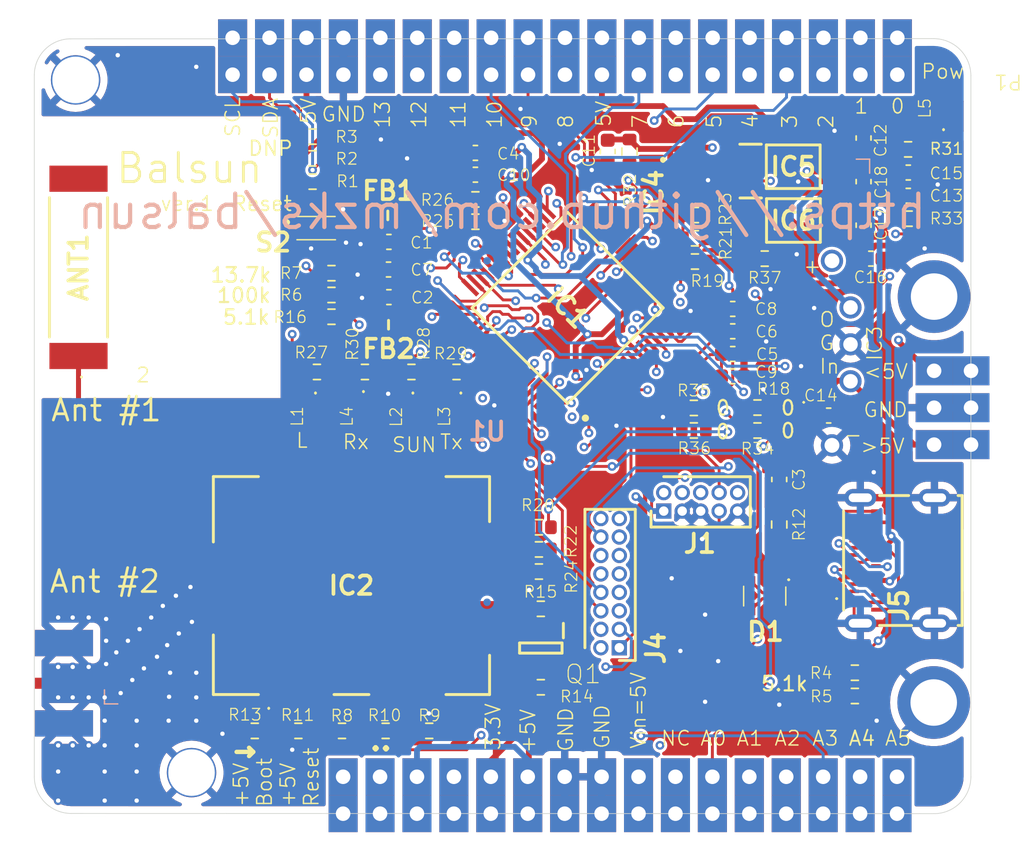
<source format=kicad_pcb>
(kicad_pcb (version 20240108) (generator "pcbnew") (generator_version "8.0")
  (layers (0 "F.Cu" signal) (1 "In1.Cu" signal) (2 "In2.Cu" signal) (31 "B.Cu" signal) (34 "B.Paste" user) (35 "F.Paste" user) (36 "B.SilkS" user "B.Silkscreen") (37 "F.SilkS" user "F.Silkscreen") (38 "B.Mask" user) (39 "F.Mask" user) (44 "Edge.Cuts" user))
  (net 0 "")
  (net 2 "GND")
  (net 3 "Net-(IC1-VCL)")
  (net 4 "+5V")
  (net 5 "VEXTIN")
  (net 6 "MD")
  (net 7 "P101_AN21_SDA")
  (net 8 "P111_GPT3_A")
  (net 9 "P304_GPT7_A")
  (net 10 "P303_GPT7_B")
  (net 11 "P409")
  (net 12 "P401")
  (net 13 "P001_AN01_AMP-")
  (net 14 "P214")
  (net 15 "P003")
  (net 16 "P206")
  (net 17 "P400")
  (net 18 "P107_GPT0_A")
  (net 19 "P402")
  (net 20 "P000_AN00_AMP+")
  (net 21 "P408")
  (net 22 "P100_AN22_SCL")
  (net 23 "P110_SCI9_RXD")
  (net 24 "P106_GPT0_B")
  (net 25 "Net-(IC1-P200)")
  (net 26 "P410")
  (net 27 "P411")
  (net 28 "P004")
  (net 29 "P205")
  (net 30 "P109_SCI9_TXD")
  (net 31 "P014_AN09_DAC")
  (net 32 "P002_AN02_AMPO")
  (net 33 "P105_IRQ00_GPT1_A")
  (net 35 "P113")
  (net 36 "P215")
  (net 37 "P104_IRQ01_GPT1_B")
  (net 38 "P103_SPI0_SSL_GPT2_A_CAN0_TX")
  (net 39 "P102_SPI0_RSPCK_GPT2_B_CAN0_RX")
  (net 40 "P015")
  (net 41 "P112_GPT3_B")
  (net 43 "P011")
  (net 53 "Net-(IC2-ANT2)")
  (net 59 "USB_D_P")
  (net 60 "USB_D_N")
  (net 61 "Net-(IC2-ANT1)")
  (net 62 "Net-(IC4-L2)")
  (net 63 "VUSB")
  (net 66 "CC1")
  (net 69 "CC2")
  (net 73 "VBAT")
  (net 74 "SHIELD")
  (net 75 "VREFH0")
  (net 76 "AREF")
  (net 77 "AVCC0")
  (net 78 "P013")
  (net 79 "P501_SCI1_TXD")
  (net 80 "P502_SCI1_RXD")
  (net 81 "WISUN_RESETN")
  (net 82 "Net-(IC1-P407)")
  (net 83 "WISUN_RX")
  (net 84 "Net-(IC1-P500)")
  (net 85 "WISUN_TX")
  (net 87 "P012")
  (net 88 "RESET")
  (net 89 "Net-(IC2-SWCK)")
  (net 90 "Net-(IC2-TXD)")
  (net 91 "WISUN_LED")
  (net 92 "+3V3")
  (net 93 "Net-(IC2-SWD)")
  (net 94 "Net-(IC2-RXD)")
  (net 95 "Net-(IC2-RESETN)")
  (net 99 "P300_SWCLK")
  (net 100 "P108_SWDIO")
  (net 101 "Net-(R11-Pad2)")
  (net 102 "Net-(L1-K)")
  (net 103 "Net-(L2-K)")
  (net 104 "Net-(L3-K)")
  (net 105 "Net-(L4-K)")
  (net 106 "Net-(L5-K)")
  (net 107 "Net-(R21-Pad2)")
  (net 108 "Net-(R22-Pad2)")
  (net 111 "WISUN_TX_Serial1")
  (net 112 "WISUN_RX_Serial1")
  (net 115 "WISUN_TX_Serial1_D0")
  (net 116 "WISUN_RX_Serial1_D1")
  (net 117 "Net-(IC4-VOUT)")
  (net 118 "Net-(IC5-OUT)")
  (net 119 "Net-(IC3-OUT)")
  (net 120 "Net-(IC4-CE)")
  (net 122 "Net-(IC5-ILIM)")
  (net 126 "Net-(IC6-ILIM)")
  (footprint "SamacSys_Parts:CON-SMA-EDGE-S" (layer "F.Cu") (at 160.6 118.025 -90)
    (property "Reference" "J6" (hide yes))
    (property "Value" "SMA-J-P-H-RA-TH1" (hide yes))
  )
  (footprint "Resistor_SMD:R_0603_1608Metric" (layer "F.Cu") (at 206.8 88.8)
    (property "Reference" "R37" (hide yes))
    (property "Value" "698" (hide yes))
  )
  (footprint "Capacitor_SMD:C_0603_1608Metric" (layer "F.Cu") (at 180.95 91.45)
    (property "Reference" "C2" (hide yes))
    (property "Value" "100n" (hide yes))
  )
  (footprint "SamacSys_Parts:CSL1901YW1" (layer "F.Cu") (at 185.9 99.7 180)
    (property "Reference" "L3")
    (property "Value" "SML-P11UTT86" (hide yes))
  )
  (footprint "Capacitor_SMD:C_0603_1608Metric" (layer "F.Cu") (at 216.675 84.475)
    (property "Reference" "C13" (hide yes))
    (property "Value" "10u" (hide yes))
  )
  (footprint "Resistor_SMD:R_0603_1608Metric" (layer "F.Cu") (at 197.5 81.425 -90)
    (property "Reference" "R32" (hide yes))
    (property "Value" "10k" (hide yes))
  )
  (footprint "Resistor_SMD:R_0603_1608Metric" (layer "F.Cu") (at 175.7 81.9)
    (property "Reference" "R2" (hide yes))
    (property "Value" "5.1k" (hide yes))
  )
  (footprint "Resistor_SMD:R_0603_1608Metric" (layer "F.Cu") (at 186.9 86.259 180)
    (property "Reference" "R25" (hide yes))
    (property "Value" "5.1k" (hide yes))
  )
  (footprint "Resistor_SMD:R_0603_1608Metric" (layer "F.Cu") (at 216.662 81.28 180)
    (property "Reference" "R31" (hide yes))
    (property "Value" "1k" (hide yes))
  )
  (footprint "SamacSys_Parts:HDRV16" (layer "F.Cu") (at 196.8 115.58 90)
    (property "Reference" "J4")
    (property "Value" "61301611821" (hide yes))
  )
  (footprint "SamacSys_Parts:CSL1901UW1" (layer "F.Cu") (at 179.2 99.7 -90)
    (property "Reference" "L4")
    (property "Value" "SML-P11UTT86" (hide yes))
  )
  (footprint "SamacSys_Parts:BP5293-50" (layer "F.Cu") (at 212.7 94.7 90)
    (property "Reference" "IC3")
    (property "Value" "BP5293-50" (hide yes))
  )
  (footprint "SamacSys_Parts:BP35C5" (layer "F.Cu") (at 178.375 111.3 180)
    (property "Reference" "IC2")
    (property "Value" "BP35C5" (hide yes))
  )
  (footprint "Resistor_SMD:R_0603_1608Metric" (layer "F.Cu") (at 191.4 118.3 180)
    (property "Reference" "R14" (hide yes))
    (property "Value" "10k" (hide yes))
  )
  (footprint "SamacSys_Parts:SOP65P640X120-8N" (layer "F.Cu") (at 208.762 82.475)
    (property "Reference" "IC5")
    (property "Value" "TPS2115APW" (hide yes))
  )
  (footprint "Resistor_SMD:R_0603_1608Metric" (layer "F.Cu") (at 216.7 86.05 180)
    (property "Reference" "R33" (hide yes))
    (property "Value" "698" (hide yes))
  )
  (footprint "SamacSys_Parts:BLM18SP221SN1B" (layer "F.Cu") (at 180.875 85.825 180)
    (property "Reference" "FB1")
    (property "Value" "BLM18PG471SN1D" (hide yes))
  )
  (footprint "Resistor_SMD:R_0603_1608Metric" (layer "F.Cu") (at 191.269 110.337)
    (property "Reference" "R24" (hide yes))
    (property "Value" "5.1k" (hide yes))
  )
  (footprint "Resistor_SMD:R_0603_1608Metric" (layer "F.Cu") (at 182.5 96.6 180)
    (property "Reference" "R28" (hide yes))
    (property "Value" "1k" (hide yes))
  )
  (footprint "Resistor_SMD:R_0603_1608Metric" (layer "F.Cu") (at 177 89.8)
    (property "Reference" "R7" (hide yes))
    (property "Value" "13.7k")
  )
  (footprint "SamacSys_Parts:HDRV10W45P127_2X5_635X345X400P" (layer "F.Cu") (at 199.855 106.175)
    (property "Reference" "J1")
    (property "Value" "HPH2-A-10-UA" (hide yes))
  )
  (footprint "Resistor_SMD:R_0603_1608Metric" (layer "F.Cu") (at 186.9 84.725 180)
    (property "Reference" "R26" (hide yes))
    (property "Value" "5.1k" (hide yes))
  )
  (footprint "SamacSys_Parts:XCL103D503CRG" (layer "F.Cu") (at 201 82.5 -90)
    (property "Reference" "IC4")
    (property "Value" "XCL103D503CR-G" (hide yes))
  )
  (footprint "Resistor_SMD:R_0603_1608Metric" (layer "F.Cu") (at 177 91.3 180)
    (property "Reference" "R6" (hide yes))
    (property "Value" "100k")
  )
  (footprint "Resistor_SMD:R_0603_1608Metric" (layer "F.Cu") (at 180.725 121.3 180)
    (property "Reference" "R10" (hide yes))
    (property "Value" "10k" (hide yes))
  )
  (footprint "SamacSys_Parts:CSL1901MW1" (layer "F.Cu") (at 175.9 99.7 180)
    (property "Reference" "L1")
    (property "Value" "SML-P11UTT86" (hide yes))
  )
  (footprint "Resistor_SMD:R_0603_1608Metric" (layer "F.Cu") (at 201.925 99.075)
    (property "Reference" "R35" (hide yes))
    (property "Value" "0")
  )
  (footprint "SamacSys_Parts:BLM18SP221SN1B" (layer "F.Cu") (at 180.925 93.35)
    (property "Reference" "FB2")
    (property "Value" "BLM18PG471SN1D" (hide yes))
  )
  (footprint "SamacSys_Parts:MountingHole_3.2mm_M3" (layer "F.Cu") (at 218.45 91.4125)
    (property "Reference" "H3" (hide yes))
    (property "Value" "~" (hide yes))
  )
  (footprint "Resistor_SMD:R_0603_1608Metric" (layer "F.Cu") (at 202 87.4 180)
    (property "Reference" "R21" (hide yes))
    (property "Value" "5.1k" (hide yes))
  )
  (footprint "Resistor_SMD:R_0603_1608Metric" (layer "F.Cu") (at 191.269 108.813)
    (property "Reference" "R22" (hide yes))
    (property "Value" "5.1k" (hide yes))
  )
  (footprint "Capacitor_SMD:C_0603_1608Metric" (layer "F.Cu") (at 180.925 89.55)
    (property "Reference" "C7" (hide yes))
    (property "Value" "100n" (hide yes))
  )
  (footprint "SamacSys_Parts:arduino_pins1" (layer "F.Cu") (at 215.92 76.14 180)
    (property "Reference" "P1")
    (property "Value" "~")
  )
  (footprint "Capacitor_SMD:C_0603_1608Metric" (layer "F.Cu") (at 186.9 83.025 180)
    (property "Reference" "C10" (hide yes))
    (property "Value" "4.7u" (hide yes))
  )
  (footprint "SamacSys_Parts:QFP50P1200X1200X170-64N" (layer "F.Cu") (at 193.2444 92.1908 135)
    (property "Reference" "IC1")
    (property "Value" "R7FA4M1AB3CFM#AA0" (hide yes))
  )
  (footprint "Capacitor_SMD:C_0603_1608Metric" (layer "F.Cu") (at 180.95 87.65 180)
    (property "Reference" "C1" (hide yes))
    (property "Value" "1u" (hide yes))
  )
  (footprint "Resistor_SMD:R_0603_1608Metric" (layer "F.Cu") (at 191.4 112.9 180)
    (property "Reference" "R15" (hide yes))
    (property "Value" "10k" (hide yes))
  )
  (footprint "Capacitor_SMD:C_0603_1608Metric" (layer "F.Cu") (at 211.2 99.6)
    (property "Reference" "C14" (hide yes))
    (property "Value" "1u" (hide yes))
  )
  (footprint "SamacSys_Parts:SOT95P240X120-3N" (layer "F.Cu") (at 191.4 115.6 -90)
    (property "Reference" "Q1")
    (property "Value" "BSS138" (hide yes))
  )
  (footprint "Resistor_SMD:R_0603_1608Metric" (layer "F.Cu") (at 201.925 100.625)
    (property "Reference" "R36" (hide yes))
    (property "Value" "0")
  )
  (footprint "Resistor_SMD:R_0603_1608Metric" (layer "F.Cu") (at 177.725 121.3 180)
    (property "Reference" "R8" (hide yes))
    (property "Value" "5.1k" (hide yes))
  )
  (footprint "SamacSys_Parts:MountingHole_3.2mm_M3" (layer "F.Cu") (at 159.4 76.5)
    (property "Reference" "H4" (hide yes))
    (property "Value" "~" (hide yes))
  )
  (footprint "Capacitor_SMD:C_0603_1608Metric" (layer "F.Cu") (at 213.6 86.5 -90)
    (property "Reference" "C17" (hide yes))
    (property "Value" "0.1u" (hide yes))
  )
  (footprint "SamacSys_Parts:PRTR5V0U2X" (layer "F.Cu") (at 206.8 112 180)
    (property "Reference" "D1")
    (property "Value" "PRTR5V0U2X,215" (hide yes))
  )
  (footprint "Capacitor_SMD:C_0603_1608Metric" (layer "F.Cu") (at 216.675 82.875)
    (property "Reference" "C15" (hide yes))
    (property "Value" "0.1u" (hide yes))
  )
  (footprint "Resistor_SMD:R_0603_1608Metric" (layer "F.Cu") (at 174.725 121.3 180)
    (property "Reference" "R11" (hide yes))
    (property "Value" "5.1k" (hide yes))
  )
  (footprint "Resistor_SMD:R_0603_1608Metric" (layer "F.Cu") (at 171.725 121.3 180)
    (property "Reference" "R13" (hide yes))
    (property "Value" "5.1k" (hide yes))
  )
  (footprint "SamacSys_Parts:CSL1901MW1" (layer "F.Cu") (at 182.6 99.7 180)
    (property "Reference" "L2")
    (property "Value" "SML-P11UTT86" (hide yes))
  )
  (footprint "Capacitor_SMD:C_0603_1608Metric" (layer "F.Cu") (at 204.6 95.362)
    (property "Reference" "C5" (hide yes))
    (property "Value" "100n" (hide yes))
  )
  (footprint "Resistor_SMD:R_0603_1608Metric" (layer "F.Cu") (at 206.3 99.05)
    (property "Reference" "R18" (hide yes))
    (property "Value" "0")
  )
  (footprint "Resistor_SMD:R_0603_1608Metric" (layer "F.Cu") (at 179.3 96.6)
    (property "Reference" "R30" (hide yes))
    (property "Value" "1k" (hide yes))
  )
  (footprint "Resistor_SMD:R_0603_1608Metric" (layer "F.Cu") (at 191.269 107.289 180)
    (property "Reference" "R20" (hide yes))
    (property "Value" "5.1k" (hide yes))
  )
  (footprint "Resistor_SMD:R_0603_1608Metric" (layer "F.Cu") (at 213 117.3 180)
    (property "Reference" "R4" (hide yes))
    (property "Value" "5.1k")
  )
  (footprint "Resistor_SMD:R_0603_1608Metric" (layer "F.Cu") (at 176 96.6)
    (property "Reference" "R27" (hide yes))
    (property "Value" "1k" (hide yes))
  )
  (footprint "Resistor_SMD:R_0603_1608Metric" (layer "F.Cu") (at 175.7 83.5)
    (property "Reference" "R1" (hide yes))
    (property "Value" "5.1k" (hide yes))
  )
  (footprint "SamacSys_Parts:MountingHole_3.2mm_M3" (layer "F.Cu") (at 167.375 124.175)
    (property "Reference" "H5" (hide yes))
    (property "Value" "~" (hide yes))
  )
  (footprint "Capacitor_SMD:C_0603_1608Metric" (layer "F.Cu") (at 213.6 80.5 90)
    (property "Reference" "C12" (hide yes))
    (property "Value" "10u" (hide yes))
  )
  (footprint "Capacitor_SMD:C_0603_1608Metric" (layer "F.Cu") (at 204.6 96.9)
    (property "Reference" "C9" (hide yes))
    (property "Value" "4.7u" (hide yes))
  )
  (footprint "Capacitor_SMD:C_0603_1608Metric" (layer "F.Cu") (at 214.1 88.8)
    (property "Reference" "C16" (hide yes))
    (property "Value" "10u" (hide yes))
  )
  (footprint "Library:power_holes" (layer "F.Cu") (at 220.99 101.6 90)
    (property "Reference" "H1" (hide yes))
    (property "Value" "~" (hide yes))
  )
  (footprint "Resistor_SMD:R_0603_1608Metric" (layer "F.Cu") (at 177 92.8)
    (property "Reference" "R16" (hide yes))
    (property "Value" "5.1k")
  )
  (footprint "Capacitor_SMD:C_0603_1608Metric" (layer "F.Cu") (at 204.6 92.262)
    (property "Reference" "C8" (hide yes))
    (property "Value" "100n" (hide yes))
  )
  (footprint "SamacSys_Parts:EVPBB2A9B000" (layer "F.Cu") (at 175.7 86.7)
    (property "Reference" "S2")
    (property "Value" "EVP-BB2A9B000" (hide yes))
  )
  (footprint "Resistor_SMD:R_0603_1608Metric" (layer "F.Cu") (at 202 89 180)
    (property "Reference" "R19" (hide yes))
    (property "Value" "5.1k" (hide yes))
  )
  (footprint "SamacSys_Parts:CSL1901MW1" (layer "F.Cu") (at 219.1 78.275)
    (property "Reference" "L5")
    (property "Value" "SML-P11UTT86" (hide yes))
  )
  (footprint "Resistor_SMD:R_0603_1608Metric" (layer "F.Cu") (at 207.8 107.1 -90)
    (property "Reference" "R12" (hide yes))
    (property "Value" "1M" (hide yes))
  )
  (footprint "Resistor_SMD:R_0603_1608Metric" (layer "F.Cu") (at 175.7 80.4 180)
    (property "Reference" "R3" (hide yes))
    (property "Value" "5.1k" (hide yes))
  )
  (footprint "Capacitor_SMD:C_0603_1608Metric" (layer "F.Cu") (at 196 81.425 -90)
    (property "Reference" "C11" (hide yes))
    (property "Value" "10u" (hide yes))
  )
  (footprint "Resistor_SMD:R_0603_1608Metric" (layer "F.Cu") (at 185.6 96.6)
    (property "Reference" "R29" (hide yes))
    (property "Value" "1k" (hide yes))
  )
  (footprint "SamacSys_Parts:phi1_pad" (layer "F.Cu") (at 164.9 76.5)
    (property "Reference" "REF**" (hide yes))
    (property "Value" "phi1_pad" (hide yes))
  )
  (footprint "SamacSys_Parts:arduino_pins_2" (layer "F.Cu") (at 177.8 124.46)
    (property "Reference" "J2" (hide yes))
    (property "Value" "61301611821" (hide yes))
  )
  (footprint "Capacitor_SMD:C_0603_1608Metric" (layer "F.Cu") (at 204.6 93.8)
    (property "Reference" "C6" (hide yes))
    (property "Value" "4.7u" (hide yes))
  )
  (footprint "Capacitor_SMD:C_0603_1608Metric" (layer "F.Cu") (at 186.9 81.525 180)
    (property "Reference" "C4" (hide yes))
    (property "Value" "10u" (hide yes))
  )
  (footprint "SamacSys_Parts:ANT1204F005R0915A" (layer "F.Cu") (at 159.6 89.4 90)
    (property "Reference" "ANT1")
    (property "Value" "ANT1204F005R0915A" (hide yes))
  )
  (footprint "Resistor_SMD:R_0603_1608Metric" (layer "F.Cu") (at 206.3 100.63)
    (property "Reference" "R34" (hide yes))
    (property "Value" "0")
  )
  (footprint "SamacSys_Parts:CX90B224P" (layer "F.Cu") (at 216.3 109.575 90)
    (property "Reference" "J5" (hide yes))
    (property "Value" "CX90B2-24P" (hide yes))
  )
  (footprint "Resistor_SMD:R_0603_1608Metric" (layer "F.Cu") (at 183.725 121.3 180)
    (property "Reference" "R9" (hide yes))
    (property "Value" "10k" (hide yes))
  )
  (footprint "SamacSys_Parts:phi1_pad" (layer "F.Cu") (at 218.8 124.6)
    (property "Reference" "REF**" (hide yes))
    (property "Value" "phi1_pad" (hide yes))
  )
  (footprint "Resistor_SMD:R_0603_1608Metric" (layer "F.Cu") (at 213 118.9 180)
    (property "Reference" "R5" (hide yes))
    (property "Value" "5.1k" (hide yes))
  )
  (footprint "SamacSys_Parts:MountingHole_3.2mm_M3" (layer "F.Cu") (at 218.425 119.35)
    (property "Reference" "H2" (hide yes))
    (property "Value" "~" (hide yes))
  )
  (footprint "Capacitor_SMD:C_0603_1608Metric" (layer "F.Cu") (at 213.6 83.5 90)
    (property "Reference" "C18" (hide yes))
    (property "Value" "0.1u" (hide yes))
  )
  (footprint "Resistor_SMD:R_0603_1608Metric" (layer "F.Cu") (at 202 85.8)
    (property "Reference" "R23" (hide yes))
    (property "Value" "5.1k" (hide yes))
  )
  (footprint "SamacSys_Parts:SOP65P640X120-8N" (layer "F.Cu") (at 208.775 86.175)
    (property "Reference" "IC6")
    (property "Value" "TPS2115APW" (hide yes))
  )
  (footprint "Capacitor_SMD:C_0603_1608Metric" (layer "F.Cu") (at 207.8 104 90)
    (property "Reference" "C3" (hide yes))
    (property "Value" "4.7u" (hide yes))
  )
  (footprint "SamacSys_Parts:2479" (layer "B.Cu") (at 187.7 100.7)
    (property "Reference" "U1")
    (property "Value" "2479" (hide yes))
  )
  (gr_line (start 159.099066 126.983531) (end 218.44 127) (stroke (width 0.05)) (layer "Edge.Cuts"))
  (gr_arc (start 159.099066 126.983531) (mid 157.303015 126.239582) (end 156.559066 124.443531) (stroke (width 0.05)) (layer "Edge.Cuts"))
  (gr_arc (start 218.44 73.660001) (mid 220.230809 74.409191) (end 220.979999 76.2) (stroke (width 0.05)) (layer "Edge.Cuts"))
  (gr_arc (start 220.98 124.46) (mid 220.236051 126.256051) (end 218.44 127) (stroke (width 0.05)) (layer "Edge.Cuts"))
  (gr_line (start 218.44 73.66) (end 159.059066 73.672295) (stroke (width 0.05)) (layer "Edge.Cuts"))
  (gr_arc (start 156.559056 76.153531) (mid 157.3 74.4) (end 159.059066 73.672295) (stroke (width 0.05)) (layer "Edge.Cuts"))
  (gr_line (start 156.559066 76.153531) (end 156.559066 124.44) (stroke (width 0.05)) (layer "Edge.Cuts"))
  (gr_line (start 220.98 124.46) (end 220.98 76.2) (stroke (width 0.05)) (layer "Edge.Cuts"))
  (gr_text "https://github.com/mzks/balsun" (at 218.1 86.92 0) (layer "B.SilkS") (effects (font (size 2.3 2.3) (thickness 0.2875)) (justify left bottom mirror)))
  (gr_text "9" (at 191.2 79.9 90) (layer "F.SilkS") (effects (font (size 1 1) (thickness 0.1)) (justify left bottom)))
  (gr_text "+5V" (at 191.1 122.9 90) (layer "F.SilkS") (effects (font (size 1 1) (thickness 0.1)) (justify left bottom)))
  (gr_text "10" (at 188.8 79.9 90) (layer "F.SilkS") (effects (font (size 1 1) (thickness 0.1)) (justify left bottom)))
  (gr_text "GND" (at 193.7 122.8 90) (layer "F.SilkS") (effects (font (size 1 1) (thickness 0.1)) (justify left bottom)))
  (gr_text "13" (at 181.1 79.9 90) (layer "F.SilkS") (effects (font (size 1 1) (thickness 0.1)) (justify left bottom)))
  (gr_text "Ant #1" (at 157.6 100.1 0) (layer "F.SilkS") (effects (font (size 1.5 1.5) (thickness 0.1875)) (justify left bottom)))
  (gr_text "A2" (at 207.4 122.4 0) (layer "F.SilkS") (effects (font (size 1 1) (thickness 0.1)) (justify left bottom)))
  (gr_text "4" (at 206.4 79.9 90) (layer "F.SilkS") (effects (font (size 1 1) (thickness 0.1)) (justify left bottom)))
  (gr_text "A0" (at 202.3 122.4 0) (layer "F.SilkS") (effects (font (size 1 1) (thickness 0.1)) (justify left bottom)))
  (gr_text "5V" (at 196.3 79.8 90) (layer "F.SilkS") (effects (font (size 1 1) (thickness 0.1)) (justify left bottom)))
  (gr_text "Balsun" (at 162.05 83.75 0) (layer "F.SilkS") (effects (font (size 2 2) (thickness 0.2)) (justify left bottom)))
  (gr_text "Tx" (at 184.4 102 0) (layer "F.SilkS") (effects (font (size 1 1) (thickness 0.1)) (justify left bottom)))
  (gr_text "O\nG\nIn" (at 210.5 96.8 0) (layer "F.SilkS") (effects (font (size 1 1) (thickness 0.1)) (justify left bottom)))
  (gr_text "8" (at 193.7 79.9 90) (layer "F.SilkS") (effects (font (size 1 1) (thickness 0.1)) (justify left bottom)))
  (gr_text "SUN" (at 181.1 102.2 0) (layer "F.SilkS") (effects (font (size 1 1) (thickness 0.1)) (justify left bottom)))
  (gr_text "GND" (at 176.25 79.45 0) (layer "F.SilkS") (effects (font (size 1 1) (thickness 0.1)) (justify left bottom)))
  (gr_text "12" (at 183.6 79.9 90) (layer "F.SilkS") (effects (font (size 1 1) (thickness 0.1)) (justify left bottom)))
  (gr_text ".." (at 179.48 122.77 0) (layer "F.SilkS") (effects (font (size 1.5 1.5) (thickness 0.3) (bold yes)) (justify left bottom)))
  (gr_text "5" (at 203.9 79.9 90) (layer "F.SilkS") (effects (font (size 1 1) (thickness 0.1)) (justify left bottom)))
  (gr_text "A4" (at 212.5 122.4 0) (layer "F.SilkS") (effects (font (size 1 1) (thickness 0.125)) (justify left bottom)))
  (gr_text "-" (at 212.2 101.5 0) (layer "F.SilkS") (effects (font (size 1 1) (thickness 0.1)) (justify left bottom)))
  (gr_text "+" (at 209.4 89.9 0) (layer "F.SilkS") (effects (font (size 1 1) (thickness 0.1)) (justify left bottom)))
  (gr_text "Pow" (at 217.5 76.5 0) (layer "F.SilkS") (effects (font (size 1 1) (thickness 0.1)) (justify left bottom)))
  (gr_text "Rx" (at 177.7 102 0) (layer "F.SilkS") (effects (font (size 1 1) (thickness 0.1)) (justify left bottom)))
  (gr_text "ver.1" (at 165.18 85.6 0) (layer "F.SilkS") (effects (font (size 1 1) (thickness 0.1)) (justify left bottom)))
  (gr_text "1" (at 212.9 78.9 0) (layer "F.SilkS") (effects (font (size 1 1) (thickness 0.1)) (justify left bottom)))
  (gr_text "6" (at 201.3 79.9 90) (layer "F.SilkS") (effects (font (size 1 1) (thickness 0.1)) (justify left bottom)))
  (gr_text "11" (at 186.3 79.9 90) (layer "F.SilkS") (effects (font (size 1 1) (thickness 0.1)) (justify left bottom)))
  (gr_text "L" (at 174.5 101.9 0) (layer "F.SilkS") (effects (font (size 1 1) (thickness 0.1)) (justify left bottom)))
  (gr_text "7" (at 198.8 79.9 90) (layer "F.SilkS") (effects (font (size 1 1) (thickness 0.1)) (justify left bottom)))
  (gr_text "GND" (at 196.2 122.6 90) (layer "F.SilkS") (effects (font (size 1 1) (thickness 0.1)) (justify left bottom)))
  (gr_text "5V" (at 176 79.6 90) (layer "F.SilkS") (effects (font (size 1 1) (thickness 0.1)) (justify left bottom)))
  (gr_text "SCL" (at 170.8 80.5 90) (layer "F.SilkS") (effects (font (size 1 1) (thickness 0.1)) (justify left bottom)))
  (gr_text "A1" (at 204.8 122.4 0) (layer "F.SilkS") (effects (font (size 1 1) (thickness 0.1)) (justify left bottom)))
  (gr_text "2" (at 163.5 97.4 0) (layer "F.SilkS") (effects (font (size 1 1) (thickness 0.1)) (justify left bottom)))
  (gr_text "DNP" (at 171.2 81.8 0) (layer "F.SilkS") (effects (font (size 1 1) (thickness 0.125)) (justify left bottom)))
  (gr_text "3" (at 209.1 79.9 90) (layer "F.SilkS") (effects (font (size 1 1) (thickness 0.1)) (justify left bottom)))
  (gr_text "3.3V" (at 188.7 122.7 90) (layer "F.SilkS") (effects (font (size 1 1) (thickness 0.1)) (justify left bottom)))
  (gr_text "2" (at 211.6 79.9 90) (layer "F.SilkS") (effects (font (size 1 1) (thickness 0.1)) (justify left bottom)))
  (gr_text "SDA" (at 173.4 80.6 90) (layer "F.SilkS") (effects (font (size 1 1) (thickness 0.1)) (justify left bottom)))
  (gr_text "0" (at 215.4 78.9 0) (layer "F.SilkS") (effects (font (size 1 1) (thickness 0.1)) (justify left bottom)))
  (gr_text "→" (at 169.92 123.52 0) (layer "F.SilkS") (effects (font (size 1.5 1.5) (thickness 0.3) (bold yes)) (justify left bottom)))
  (gr_text "Reset" (at 170.1 85.6 0) (layer "F.SilkS") (effects (font (size 1 1) (thickness 0.12)) (justify left bottom)))
  (gr_text "+5V\nBoot\n+5V\nReset" (at 176.2 126.6 90) (layer "F.SilkS") (effects (font (size 1 1) (thickness 0.1)) (justify left bottom)))
  (gr_text "A5" (at 215 122.4 0) (layer "F.SilkS") (effects (font (size 1 1) (thickness 0.1)) (justify left bottom)))
  (gr_text "NC" (at 199.6 122.4 0) (layer "F.SilkS") (effects (font (size 1 1) (thickness 0.1)) (justify left bottom)))
  (gr_text "Ant #2" (at 157.5 111.9 0) (layer "F.SilkS") (effects (font (size 1.5 1.5) (thickness 0.1875)) (justify left bottom)))
  (gr_text "Vin=5V" (at 198.7 122.6 90) (layer "F.SilkS") (effects (font (size 1 1) (thickness 0.1)) (justify left bottom)))
  (gr_text "A3" (at 210 122.4 0) (layer "F.SilkS") (effects (font (size 1 1) (thickness 0.1)) (justify left bottom)))
  (segment (start 209.15 83.45) (end 211.7 83.45) (width 0.2) (layer "F.Cu") (net 2))
  (segment (start 216.625 106.95) (end 218.125 108.45) (width 0.2) (layer "F.Cu") (net 2))
  (segment (start 215.4 88.8) (end 215.6 89) (width 0.2) (layer "F.Cu") (net 2))
  (segment (start 181 97.4) (end 181 98) (width 0.2) (layer "F.Cu") (net 2))
  (segment (start 210.35 87.15) (end 209 88.5) (width 0.2) (layer "F.Cu") (net 2))
  (segment (start 211.713 87.15) (end 210.35 87.15) (width 0.2) (layer "F.Cu") (net 2))
  (segment (start 188.7 86.4) (end 188.7 87.3) (width 0.2) (layer "F.Cu") (net 2))
  (segment (start 188.707153 87.3) (end 189.363798 87.956645) (width 0.2) (layer "F.Cu") (net 2))
  (segment (start 178.7 89.8) (end 178.8 89.9) (width 0.2) (layer "F.Cu") (net 2))
  (segment (start 194.9 82.7) (end 195.5 82.7) (width 0.2) (layer "F.Cu") (net 2))
  (segment (start 181 98) (end 180.9 98.1) (width 0.2) (layer "F.Cu") (net 2))
  (segment (start 182 122.1) (end 183.75 122.1) (width 0.2) (layer "F.Cu") (net 2))
  (segment (start 202.55 83.05) (end 202.9 83.4) (width 0.2) (layer "F.Cu") (net 2))
  (segment (start 205.8 96.9) (end 206.7 97.8) (width 0.2) (layer "F.Cu") (net 2))
  (segment (start 188.7 87.3) (end 188.707153 87.3) (width 0.2) (layer "F.Cu") (net 2))
  (segment (start 214.875 88.8) (end 215.4 88.8) (width 0.2) (layer "F.Cu") (net 2))
  (segment (start 214.65 87.275) (end 215.875 86.05) (width 0.2) (layer "F.Cu") (net 2))
  (segment (start 167.8 75.6) (end 167.7 75.6) (width 0.2) (layer "F.Cu") (net 2))
  (segment (start 217.4 88.1) (end 217.8 88.1) (width 0.2) (layer "F.Cu") (net 2))
  (segment (start 215.875 86.05) (end 217.45 84.475) (width 0.2) (layer "F.Cu") (net 2))
  (segment (start 181.675 96.725) (end 181 97.4) (width 0.2) (layer "F.Cu") (net 2))
  (segment (start 209 106.725) (end 207.8 107.925) (width 0.2) (layer "F.Cu") (net 2))
  (segment (start 209 105.975) (end 209 106.725) (width 0.2) (layer "F.Cu") (net 2))
  (segment (start 183.75 122.1) (end 184.55 121.3) (width 0.2) (layer "F.Cu") (net 2))
  (segment (start 188.4 97.4) (end 188.4 98.7) (width 0.2) (layer "F.Cu") (net 2))
  (segment (start 201.3 82.5) (end 201.85 83.05) (width 0.2) (layer "F.Cu") (net 2))
  (segment (start 201.85 83.05) (end 202.237 83.05) (width 0.2) (layer "F.Cu") (net 2))
  (segment (start 213.65 112.45) (end 214.45 112.45) (width 0.2) (layer "F.Cu") (net 2))
  (segment (start 202.237 83.05) (end 202.55 83.05) (width 0.2) (layer "F.Cu") (net 2))
  (segment (start 192.094 110.337) (end 191.863 110.337) (width 0.2) (layer "F.Cu") (net 2))
  (segment (start 199.953429 92.053429) (end 200.3 92.4) (width 0.2) (layer "F.Cu") (net 2))
  (segment (start 205.375 96.9) (end 205.8 96.9) (width 0.2) (layer "F.Cu") (net 2))
  (segment (start 213.4 112.2) (end 213.65 112.45) (width 0.2) (layer "F.Cu") (net 2))
  (segment (start 200.3 92.4) (end 201.7 92.4) (width 0.2) (layer "F.Cu") (net 2))
  (segment (start 216.5 89) (end 217.4 88.1) (width 0.2) (layer "F.Cu") (net 2))
  (segment (start 189.363798 96.424955) (end 189.363798 96.436202) (width 0.2) (layer "F.Cu") (net 2))
  (segment (start 207.625 88.8) (end 208.7 88.8) (width 0.2) (layer "F.Cu") (net 2))
  (segment (start 213.6 106.7) (end 213.85 106.95) (width 0.2) (layer "F.Cu") (net 2))
  (segment (start 207.8 104.775) (end 209 105.975) (width 0.2) (layer "F.Cu") (net 2))
  (segment (start 212.95 112.2) (end 212.95 113.47) (width 0.2) (layer "F.Cu") (net 2))
  (segment (start 215.6 89) (end 216.5 89) (width 0.2) (layer "F.Cu") (net 2))
  (segment (start 189.363798 96.436202) (end 188.4 97.4) (width 0.2) (layer "F.Cu") (net 2))
  (segment (start 181.55 121.3) (end 181.55 121.65) (width 0.2) (layer "F.Cu") (net 2))
  (segment (start 209.1 83.5) (end 209.15 83.45) (width 0.2) (layer "F.Cu") (net 2))
  (segment (start 177.825 89.8) (end 178.7 89.8) (width 0.2) (layer "F.Cu") (net 2))
  (segment (start 212.95 106.7) (end 213.6 106.7) (width 0.2) (layer "F.Cu") (net 2))
  (segment (start 181.675 96.6) (end 181.675 96.725) (width 0.2) (layer "F.Cu") (net 2))
  (segment (start 214.45 106.95) (end 216.625 106.95) (width 0.2) (layer "F.Cu") (net 2))
  (segment (start 213.85 106.95) (end 214.45 106.95) (width 0.2) (layer "F.Cu") (net 2))
  (segment (start 195.5 82.7) (end 196 82.2) (width 0.2) (layer "F.Cu") (net 2))
  (segment (start 208.7 88.8) (end 209 88.5) (width 0.2) (layer "F.Cu") (net 2))
  (segment (start 199.953429 90.785072) (end 199.953429 92.053429) (width 0.2) (layer "F.Cu") (net 2))
  (segment (start 192.094 110.337) (end 192.094 110.406) (width 0.2) (layer "F.Cu") (net 2))
  (segment (start 188.9 86.2) (end 188.7 86.4) (width 0.2) (layer "F.Cu") (net 2))
  (segment (start 217.45 84.475) (end 217.925 84.475) (width 0.2) (layer "F.Cu") (net 2))
  (segment (start 217.925 84.475) (end 218.7 83.7) (width 0.2) (layer "F.Cu") (net 2))
  (segment (start 181.55 121.65) (end 182 122.1) (width 0.2) (layer "F.Cu") (net 2))
  (segment (start 212.95 112.2) (end 213.4 112.2) (width 0.2) (layer "F.Cu") (net 2))
  (segment (start 201.3 82.5) (end 200.362 82.5) (width 0.2) (layer "F.Cu") (net 2))
  (segment (start 191.863 110.337) (end 190.6 111.6) (width 0.2) (layer "F.Cu") (net 2))
  (segment (start 212.95 113.47) (end 213.375 113.895) (width 0.2) (layer "F.Cu") (net 2))
  (segment (start 213.6 87.275) (end 214.65 87.275) (width 0.2) (layer "F.Cu") (net 2))
  (segment (start 188.4 98.7) (end 188.2 98.9) (width 0.2) (layer "F.Cu") (net 2))
  (via (at 169.5 121.5) (size 0.6) (drill 0.3) (layers "F.Cu" "B.Cu") (net 2))
  (via (at 163.6 124.1) (size 0.6) (drill 0.3) (layers "F.Cu" "B.Cu") (net 2))
  (via (at 202.9 83.4) (size 0.6) (drill 0.3) (layers "F.Cu" "B.Cu") (net 2))
  (via (at 159.2 122.3) (size 0.6) (drill 0.3) (layers "F.Cu" "B.Cu") (net 2))
  (via (at 178 87.7) (size 0.6) (drill 0.3) (layers "F.Cu" "B.Cu") (net 2))
  (via (at 196.6 100.3) (size 0.6) (drill 0.3) (layers "F.Cu" "B.Cu") (net 2))
  (via (at 199.8 99.7) (size 0.6) (drill 0.3) (layers "F.Cu" "B.Cu") (net 2))
  (via (at 160.3 113.5) (size 0.6) (drill 0.3) (layers "F.Cu" "B.Cu") (net 2))
  (via (at 202.7 119.3) (size 0.6) (drill 0.3) (layers "F.Cu" "B.Cu") (net 2))
  (via (at 190 78.5) (size 0.6) (drill 0.3) (layers "F.Cu" "B.Cu") (net 2))
  (via (at 167.7 75.6) (size 0.6) (drill 0.3) (layers "F.Cu" "B.Cu") (net 2))
  (via (at 161.5 115.1) (size 0.6) (drill 0.3) (layers "F.Cu" "B.Cu") (net 2))
  (via (at 183.7 120.1) (size 0.6) (drill 0.3) (layers "F.Cu" "B.Cu") (net 2))
  (via (at 200.4 110.8) (size 0.6) (drill 0.3) (layers "F.Cu" "B.Cu") (net 2))
  (via (at 163.6 122.3) (size 0.6) (drill 0.3) (layers "F.Cu" "B.Cu") (net 2))
  (via (at 202.5 108.1) (size 0.6) (drill 0.3) (layers "F.Cu" "B.Cu") (net 2))
  (via (at 158.2 116.9) (size 0.6) (drill 0.3) (layers "F.Cu" "B.Cu") (net 2))
  (via (at 178.8 89.9) (size 0.6) (drill 0.3) (layers "F.Cu" "B.Cu") (net 2))
  (via (at 158.2 126.1) (size 0.6) (drill 0.3) (layers "F.Cu" "B.Cu") (net 2))
  (via (at 175.6 88.1) (size 0.6) (drill 0.3) (layers "F.Cu" "B.Cu") (net 2))
  (via (at 194.9 82.7) (size 0.6) (drill 0.3) (layers "F.Cu" "B.Cu") (net 2))
  (via (at 179.1 91.5) (size 0.6) (drill 0.3) (layers "F.Cu" "B.Cu") (net 2))
  (via (at 166.5 114.6) (size 0.6) (drill 0.3) (layers "F.Cu" "B.Cu") (net 2))
  (via (at 158.2 119) (size 0.6) (drill 0.3) (layers "F.Cu" "B.Cu") (net 2))
  (via (at 194.54 96.46) (size 0.6) (drill 0.3) (layers "F.Cu" "B.Cu") (net 2))
  (via (at 188.9 86.2) (size 0.6) (drill 0.3) (layers "F.Cu" "B.Cu") (net 2))
  (via (at 207.8 119.5) (size 0.6) (drill 0.3) (layers "F.Cu" "B.Cu") (net 2))
  (via (at 164.6 113.5) (size 0.6) (drill 0.3) (layers "F.Cu" "B.Cu") (net 2))
  (via (at 209.1 83.5) (size 0.6) (drill 0.3) (layers "F.Cu" "B.Cu") (net 2))
  (via (at 163.6 126.1) (size 0.6) (drill 0.3) (layers "F.Cu" "B.Cu") (net 2))
  (via (at 158.2 122.3) (size 0.6) (drill 0.3) (layers "F.Cu" "B.Cu") (net 2))
  (via (at 165 116.2) (size 0.6) (drill 0.3) (layers "F.Cu" "B.Cu") (net 2))
  (via (at 218.7 83.7) (size 0.6) (drill 0.3) (layers "F.Cu" "B.Cu") (net 2))
  (via (at 177.8 85.4) (size 0.6) (drill 0.3) (layers "F.Cu" "B.Cu") (net 2))
  (via (at 161.5 113.6) (size 0.6) (drill 0.3) (layers "F.Cu" "B.Cu") (net 2))
  (via (at 163.3 117.8) (size 0.6) (drill 0.3) (layers "F.Cu" "B.Cu") (net 2))
  (via (at 161.4 120.6) (size 0.6) (drill 0.3) (layers "F.Cu" "B.Cu") (net 2))
  (via (at 182.2 81.9) (size 0.6) (drill 0.3) (layers "F.Cu" "B.Cu") (net 2))
  (via (at 159.2 119) (size 0.6) (drill 0.3) (layers "F.Cu" "B.Cu") (net 2))
  (via (at 201 115.8) (size 0.6) (drill 0.3) (layers "F.Cu" "B.Cu") (net 2))
  (via (at 163.8 114.3) (size 0.6) (drill 0.3) (layers "F.Cu" "B.Cu") (net 2))
  (via (at 210.2 92.2) (size 0.6) (drill 0.3) (layers "F.Cu" "B.Cu") (net 2))
  (via (at 165.83 118.955) (size 0.6) (drill 0.3) (layers "F.Cu" "B.Cu") (net 2))
  (via (at 162.2 115.9) (size 0.6) (drill 0.3) (layers "F.Cu" "B.Cu") (net 2))
  (via (at 165.7 115.4) (size 0.6) (drill 0.3) (layers "F.Cu" "B.Cu") (net 2))
  (via (at 161.5 116.7) (size 0.6) (drill 0.3) (layers "F.Cu" "B.Cu") (net 2))
  (via (at 161.4 119) (size 0.6) (drill 0.3) (layers "F.Cu" "B.Cu") (net 2))
  (via (at 166.3 112) (size 0.6) (drill 0.3) (layers "F.Cu" "B.Cu") (net 2))
  (via (at 209 88.5) (size 0.6) (drill 0.3) (layers "F.Cu" "B.Cu") (net 2))
  (via (at 158.2 113.5) (size 0.6) (drill 0.3) (layers "F.Cu" "B.Cu") (net 2))
  (via (at 188.2 98.9) (size 0.6) (drill 0.3) (layers "F.Cu" "B.Cu") (net 2))
  (via (at 192.7 80.9) (size 0.6) (drill 0.3) (layers "F.Cu" "B.Cu") (net 2))
  (via (at 165.9 117.3) (size 0.6) (drill 0.3) (layers "F.Cu" "B.Cu") (net 2))
  (via (at 180.9 98.1) (size 0.6) (drill 0.3) (layers "F.Cu" "B.Cu") (net 2))
  (via (at 161.4 126.1) (size 0.6) (drill 0.3) (layers "F.Cu" "B.Cu") (net 2))
  (via (at 163 115.1) (size 0.6) (drill 0.3) (layers "F.Cu" "B.Cu") (net 2))
  (via (at 179 87.8) (size 0.6) (drill 0.3) (layers "F.Cu" "B.Cu") (net 2))
  (via (at 167.7 120.6) (size 0.6) (drill 0.3) (layers "F.Cu" "B.Cu") (net 2))
  (via (at 201.7 92.4) (size 0.6) (drill 0.3) (layers "F.Cu" "B.Cu") (net 2))
  (via (at 167.4 113.8) (size 0.6) (drill 0.3) (layers "F.Cu" "B.Cu") (net 2))
  (via (at 159.2 113.5) (size 0.6) (drill 0.3) (layers "F.Cu" "B.Cu") (net 2))
  (via (at 214.5 120.6) (size 0.6) (drill 0.3) (layers "F.Cu" "B.Cu") (net 2))
  (via (at 163.6 120.6) (size 0.6) (drill 0.3) (layers "F.Cu" "B.Cu") (net 2))
  (via (at 180.4 80.6) (size 0.6) (drill 0.3) (layers "F.Cu" "B.Cu") (net 2))
  (via (at 161.4 122.3) (size 0.6) (drill 0.3) (layers "F.Cu" "B.Cu") (net 2))
  (via (at 174.3 122.6) (size 0.6) (drill 0.3) (layers "F.Cu" "B.Cu") (net 2))
  (via (at 162.5 118.7) (size 0.6) (drill 0.3) (layers "F.Cu" "B.Cu") (net 2))
  (via (at 167.7 119) (size 0.6) (drill 0.3) (layers "F.Cu" "B.Cu") (net 2))
  (via (at 206.7 97.8) (size 0.6) (drill 0.3) (layers "F.Cu" "B.Cu") (net 2))
  (via (at 211.6 80) (size 0.6) (drill 0.3) (layers "F.Cu" "B.Cu") (net 2))
  (via (at 217.8 88.1) (size 0.6) (drill 0.3) (layers "F.Cu" "B.Cu") (net 2))
  (via (at 158.2 124.1) (size 0.6) (drill 0.3) (layers "F.Cu" "B.Cu") (net 2))
  (via (at 207.2 90.9) (size 0.6) (drill 0.3) (layers "F.Cu" "B.Cu") (net 2))
  (via (at 160.3 119) (size 0.6) (drill 0.3) (layers "F.Cu" "B.Cu") (net 2))
  (via (at 164.1 117) (size 0.6) (drill 0.3) (layers "F.Cu" "B.Cu") (net 2))
  (via (at 202.7 113.3) (size 0.6) (drill 0.3) (layers "F.Cu" "B.Cu") (net 2))
  (via (at 161.4 124.1) (size 0.6) (drill 0.3) (layers "F.Cu" "B.Cu") (net 2))
  (via (at 160.3 116.9) (size 0.6) (drill 0.3) (layers "F.Cu" "B.Cu") (net 2))
  (via (at 209.3 96.2) (size 0.6) (drill 0.3) (layers "F.Cu" "B.Cu") (net 2))
  (via (at 206.9 94.5) (size 0.6) (drill 0.3) (layers "F.Cu" "B.Cu") (net 2))
  (via (at 203.6 116.5) (size 0.6) (drill 0.3) (layers "F.Cu" "B.Cu") (net 2))
  (via (at 165.4 112.7) (size 0.6) (drill 0.3) (layers "F.Cu" "B.Cu") (net 2))
  (via (at 190.6 111.6) (size 0.6) (drill 0.3) (layers "F.Cu" "B.Cu") (net 2))
  (via (at 167.3 111.4) (size 0.6) (drill 0.3) (layers "F.Cu" "B.Cu") (net 2))
  (via (at 162.3 74.8) (size 0.6) (drill 0.3) (layers "F.Cu" "B.Cu") (net 2))
  (via (at 159.2 116.9) (size 0.6) (drill 0.3) (layers "F.Cu" "B.Cu") (net 2))
  (via (at 214.3 103.5) (size 0.6) (drill 0.3) (layers "F.Cu" "B.Cu") (net 2))
  (via (at 160.3 122.3) (size 0.6) (drill 0.3) (layers "F.Cu" "B.Cu") (net 2))
  (via (at 165.8 120.6) (size 0.6) (drill 0.3) (layers "F.Cu" "B.Cu") (net 2))
  (via (at 167.7 117.3) (size 0.6) (drill 0.3) (layers "F.Cu" "B.Cu") (net 2))
  (segment (start 197.0527 98.474) (end 196.0643 97.4856) (width 0.2) (layer "F.Cu") (net 3))
  (segment (start 199.151 98.474) (end 197.0527 98.474) (width 0.2) (layer "F.Cu") (net 3))
  (segment (start 203.825 93.8) (end 199.151 98.474) (width 0.2) (layer "F.Cu") (net 3))
  (segment (start 186.075 84.725) (end 186.075 84.625) (width 0.2) (layer "F.Cu") (net 4))
  (segment (start 180.15 89.55) (end 180.05 89.55) (width 0.2) (layer "F.Cu") (net 4))
  (segment (start 197.2214 94.4) (end 198.1857 95.3643) (width 0.3) (layer "F.Cu") (net 4))
  (segment (start 181.1 88.6) (end 183.734 88.6) (width 0.4) (layer "F.Cu") (net 4))
  (segment (start 186.075 84.725) (end 186.075 86.259) (width 0.4) (layer "F.Cu") (net 4))
  (segment (start 217.6 87.1) (end 216.7012 87.9988) (width 0.4) (layer "F.Cu") (net 4))
  (segment (start 204.1 89) (end 202.825 89) (width 0.4) (layer "F.Cu") (net 4))
  (segment (start 198.539216 89.370784) (end 199.27 88.64) (width 0.28) (layer "F.Cu") (net 4))
  (segment (start 178.7 90.6) (end 179.1 90.6) (width 0.4) (layer "F.Cu") (net 4))
  (segment (start 178.8 88.8) (end 179.4 88.8) (width 0.4) (layer "F.Cu") (net 4))
  (segment (start 208.3 90.1) (end 205.2 90.1) (width 0.4) (layer "F.Cu") (net 4))
  (segment (start 177.675 91.3) (end 176.175 92.8) (width 0.4) (layer "F.Cu") (net 4))
  (segment (start 216.7012 87.9988) (end 215.7012 87.9988) (width 0.4) (layer "F.Cu") (net 4))
  (segment (start 179.3 95) (end 180.25 94.05) (width 0.4) (layer "F.Cu") (net 4))
  (segment (start 213.6855 88.6625) (end 213.325 88.6625) (width 0.2) (layer "F.Cu") (net 4))
  (segment (start 174.875 83.5) (end 175.6182 84.2432) (width 0.4) (layer "F.Cu") (net 4))
  (segment (start 211.6 79.1) (end 206.8 79.1) (width 0.4) (layer "F.Cu") (net 4))
  (segment (start 220.28 80.02) (end 219.6 80.7) (width 0.4) (layer "F.Cu") (net 4))
  (segment (start 190.51 88.89) (end 190.5 88.9) (width 0.35) (layer "F.Cu") (net 4))
  (segment (start 179.3 97.4) (end 179.3 95) (width 0.4) (layer "F.Cu") (net 4))
  (segment (start 189.717351 87.603091) (end 189.717351 87.607351) (width 0.2) (layer "F.Cu") (net 4))
  (segment (start 218.3983 77.45) (end 217.6483 78.2) (width 0.4) (layer "F.Cu") (net 4))
  (segment (start 205.2 90.1) (end 204.1 89) (width 0.4) (layer "F.Cu") (net 4))
  (segment (start 178.2 91.3) (end 178.2 91.7) (width 0.4) (layer "F.Cu") (net 4))
  (segment (start 203.7 92.137) (end 203.825 92.262) (width 0.2) (layer "F.Cu") (net 4))
  (segment (start 190.575 118.3) (end 190.575 124.385) (width 0.4) (layer "F.Cu") (net 4))
  (segment (start 177.825 91.3) (end 178 91.3) (width 0.2) (layer "F.Cu") (net 4))
  (segment (start 212.7 89.425) (end 212.7 89.6) (width 0.4) (layer "F.Cu") (net 4))
  (segment (start 183.8 99.7) (end 184.625 100.525) (width 0.4) (layer "F.Cu") (net 4))
  (segment (start 212.8 86) (end 212.8 88.275) (width 0.2) (layer "F.Cu") (net 4))
  (segment (start 213.325 88.8) (end 213.325 88.6625) (width 0.2) (layer "F.Cu") (net 4))
  (segment (start 179.188 92.688) (end 179.588 92.688) (width 0.4) (layer "F.Cu") (net 4))
  (segment (start 189.717351 87.607351) (end 189.721611 87.607351) (width 0.28) (layer "F.Cu") (net 4))
  (segment (start 190.51 88.4) (end 190.51 88.89) (width 0.35) (layer "F.Cu") (net 4))
  (segment (start 177.825 91.3) (end 177.675 91.3) (width 0.2) (layer "F.Cu") (net 4))
  (segment (start 198.539216 89.370858) (end 198.539216 89.370784) (width 0.2) (layer "F.Cu") (net 4))
  (segment (start 181.5 99.7) (end 183.8 99.7) (width 0.4) (layer "F.Cu") (net 4))
  (segment (start 198.539216 89.370858) (end 198.539216 89.360784) (width 0.2) (layer "F.Cu") (net 4))
  (segment (start 186.075 84.625) (end 187.675 83.025) (width 0.4) (layer "F.Cu") (net 4))
  (segment (start 212.7 89.6) (end 211.8 90.5) (width 0.4) (layer "F.Cu") (net 4))
  (segment (start 176.5 80.4) (end 176.375 80.4) (width 0.4) (layer "F.Cu") (net 4))
  (segment (start 215.7 88) (end 215.6 87.9) (width 0.4) (layer "F.Cu") (net 4))
  (segment (start 212.5 78.2) (end 211.6 79.1) (width 0.4) (layer "F.Cu") (net 4))
  (segment (start 215.7012 87.9988) (end 215.7 88) (width 0.4) (layer "F.Cu") (net 4))
  (segment (start 180.1 99.1) (end 180.4 99.4) (width 0.4) (layer "F.Cu") (net 4))
  (segment (start 206.1 78.4) (end 202.9 78.4) (width 0.4) (layer "F.Cu") (net 4))
  (segment (start 190.51 88.39574) (end 190.51 88.4) (width 0.28) (layer "F.Cu") (net 4))
  (segment (start 219.6 80.7) (end 219.6 85.7) (width 0.4) (layer "F.Cu") (net 4))
  (segment (start 213.325 88.6625) (end 213.325 88.525) (width 0.2) (layer "F.Cu") (net 4))
  (segment (start 178.3 91.3) (end 178.2 91.3) (width 0.2) (layer "F.Cu") (net 4))
  (segment (start 213.325 88.8) (end 212.7 89.425) (width 0.4) (layer "F.Cu") (net 4))
  (segment (start 199.95 87.96) (end 199.27 88.64) (width 0.4) (layer "F.Cu") (net 4))
  (segment (start 199.95 87.4621) (end 199.95 87.96) (width 0.4) (layer "F.Cu") (net 4))
  (segment (start 203.5 91.937) (end 203.825 92.262) (width 0.4) (layer "F.Cu") (net 4))
  (segment (start 179.1 90.6) (end 180.15 89.55) (width 0.4) (layer "F.Cu") (net 4))
  (segment (start 190.575 124.385) (end 190.5 124.46) (width 0.2) (layer "F.Cu") (net 4))
  (segment (start 212.8 88.275) (end 213.325 88.8) (width 0.2) (layer "F.Cu") (net 4))
  (segment (start 180.25 94.05) (end 180.25 93.35) (width 0.4) (layer "F.Cu") (net 4))
  (segment (start 213.509882 88.8) (end 213.325 88.8) (width 0.4) (layer "F.Cu") (net 4))
  (segment (start 200.7 79.2) (end 199.8 78.3) (width 0.4) (layer "F.Cu") (net 4))
  (segment (start 214.409882 87.9) (end 213.509882 88.8) (width 0.4) (layer "F.Cu") (net 4))
  (segment (start 203.5 89.8) (end 203.5 91.937) (width 0.4) (layer "F.Cu") (net 4))
  (segment (start 217.6483 78.2) (end 212.5 78.2) (width 0.4) (layer "F.Cu") (net 4))
  (segment (start 202.9 78.4) (end 202.1 79.2) (width 0.4) (layer "F.Cu") (net 4))
  (segment (start 179.588 92.688) (end 180.25 93.35) (width 0.4) (layer "F.Cu") (net 4))
  (segment (start 211.8 90.5) (end 208.7 90.5) (width 0.4) (layer "F.Cu") (net 4))
  (segment (start 219.1 77.45) (end 218.3983 77.45) (width 0.4) (layer "F.Cu") (net 4))
  (segment (start 184.625 100.525) (end 185.9 100.525) (width 0.4) (layer "F.Cu") (net 4))
  (segment (start 180.1 98.2) (end 180.1 99.1) (width 0.4) (layer "F.Cu") (net 4))
  (segment (start 208.7 90.5) (end 208.3 90.1) (width 0.4) (layer "F.Cu") (net 4))
  (segment (start 215.6 87.9) (end 214.409882 87.9) (width 0.4) (layer "F.Cu") (net 4))
  (segment (start 199.8 78.3) (end 195.83 78.3) (width 0.4) (layer "F.Cu") (net 4))
  (segment (start 218.2 87.1) (end 217.6 87.1) (width 0.4) (layer "F.Cu") (net 4))
  (segment (start 180.15 89.55) (end 181.1 88.6) (width 0.4) (layer "F.Cu") (net 4))
  (segment (start 183.734 88.6) (end 186.075 86.259) (width 0.4) (layer "F.Cu") (net 4))
  (segment (start 188.1998 83.025) (end 190.0897 81.1351) (width 0.4) (layer "F.Cu") (net 4))
  (segment (start 206.8 79.1) (end 206.1 78.4) (width 0.4) (layer "F.Cu") (net 4))
  (segment (start 189.717351 87.603091) (end 189.723091 87.603091) (width 0.2) (layer "F.Cu") (net 4))
  (segment (start 195.6 78.07) (end 195.6 76.14) (width 0.4) (layer "F.Cu") (net 4))
  (segment (start 178 91.3) (end 178.7 90.6) (width 0.4) (layer "F.Cu") (net 4))
  (segment (start 181.2 99.4) (end 181.5 99.7) (width 0.4) (layer "F.Cu") (net 4))
  (segment (start 202.825 89) (end 202.825 89.125) (width 0.4) (layer "F.Cu") (net 4))
  (segment (start 175.6182 86.7182) (end 177.3261 88.4261) (width 0.4) (layer "F.Cu") (net 4))
  (segment (start 185.9 100.525) (end 186.325 100.525) (width 0.4) (layer "F.Cu") (net 4))
  (segment (start 180.325 99.4) (end 179.2 100.525) (width 0.4) (layer "F.Cu") (net 4))
  (segment (start 180.4 99.4) (end 180.325 99.4) (width 0.2) (layer "F.Cu") (net 4))
  (segment (start 176.375 80.4) (end 174.875 81.9) (width 0.4) (layer "F.Cu") (net 4))
  (segment (start 174.875 81.9) (end 174.875 83.5) (width 0.4) (layer "F.Cu") (net 4))
  (segment (start 197.1 94.4) (end 197.2214 94.4) (width 0.2) (layer "F.Cu") (net 4))
  (segment (start 177.825 91.3) (end 178.2 91.3) (width 0.2) (layer "F.Cu") (net 4))
  (segment (start 220.28 77.98) (end 220.28 80.02) (width 0.4) (layer "F.Cu") (net 4))
  (segment (start 219.1 77.45) (end 219.75 77.45) (width 0.4) (layer "F.Cu") (net 4))
  (segment (start 189.721611 87.607351) (end 190.51 88.39574) (width 0.28) (layer "F.Cu") (net 4))
  (segment (start 178.2 91.3) (end 177.825 91.3) (width 0.2) (layer "F.Cu") (net 4))
  (segment (start 198.6949 86.207) (end 199.95 87.4621) (width 0.4) (layer "F.Cu") (net 4))
  (segment (start 186.325 100.525) (end 187.4 101.6) (width 0.4) (layer "F.Cu") (net 4))
  (segment (start 176.525 80.4) (end 176.5 80.4) (width 0.2) (layer "F.Cu") (net 4))
  (segment (start 211.713 85.85) (end 212.65 85.85) (width 0.2) (layer "F.Cu") (net 4))
  (segment (start 212.65 85.85) (end 212.8 86) (width 0.2) (layer "F.Cu") (net 4))
  (segment (start 178.4261 88.4261) (end 178.8 88.8) (width 0.4) (layer "F.Cu") (net 4))
  (segment (start 175.6182 84.2432) (end 175.6182 86.7182) (width 0.4) (layer "F.Cu") (net 4))
  (segment (start 202.825 89.125) (end 203.5 89.8) (width 0.4) (layer "F.Cu") (net 4))
  (segment (start 187.675 83.025) (end 188.1998 83.025) (width 0.4) (layer "F.Cu") (net 4))
  (segment (start 179.3 97.4) (end 180.1 98.2) (width 0.4) (layer "F.Cu") (net 4))
  (segment (start 195.83 78.3) (end 195.6 78.07) (width 0.4) (layer "F.Cu") (net 4))
  (segment (start 177.3261 88.4261) (end 178.4261 88.4261) (width 0.4) (layer "F.Cu") (net 4))
  (segment (start 178.2 91.7) (end 179.188 92.688) (width 0.4) (layer "F.Cu") (net 4))
  (segment (start 219.75 77.45) (end 220.28 77.98) (width 0.4) (layer "F.Cu") (net 4))
  (segment (start 180.4 99.4) (end 181.2 99.4) (width 0.4) (layer "F.Cu") (net 4))
  (segment (start 179.4 88.8) (end 180.15 89.55) (width 0.4) (layer "F.Cu") (net 4))
  (segment (start 219.6 85.7) (end 218.2 87.1) (width 0.4) (layer "F.Cu") (net 4))
  (segment (start 202.1 79.2) (end 200.7 79.2) (width 0.4) (layer "F.Cu") (net 4))
  (via (at 190.5 88.9) (size 0.6) (drill 0.3) (layers "F.Cu" "B.Cu") (net 4))
  (via (at 187.4 101.6) (size 0.6) (drill 0.3) (layers "F.Cu" "B.Cu") (net 4))
  (via (at 197.9356 105.1733) (size 0.6) (drill 0.3) (layers "F.Cu" "B.Cu") (net 4))
  (via (at 197.1 94.4) (size 0.6) (drill 0.3) (layers "F.Cu" "B.Cu") (net 4))
  (via (at 190.0897 81.1351) (size 0.6) (drill 0.3) (layers "F.Cu" "B.Cu") (net 4))
  (via (at 198.6949 86.207) (size 0.6) (drill 0.3) (layers "F.Cu" "B.Cu") (net 4))
  (segment (start 195.27 89) (end 196.4 89) (width 0.4) (layer "B.Cu") (net 4))
  (segment (start 199.855 106.175) (end 199.0283 106.175) (width 0.4) (layer "B.Cu") (net 4))
  (segment (start 196.7 94) (end 197.1 94.4) (width 0.4) (layer "B.Cu") (net 4))
  (segment (start 198.6949 86.7051) (end 198.6949 86.207) (width 0.4) (layer "B.Cu") (net 4))
  (segment (start 199.0283 106.175) (end 198.0266 105.1733) (width 0.4) (layer "B.Cu") (net 4))
  (segment (start 182.88 124.46) (end 182.88 122.62) (width 0.4) (layer "B.Cu") (net 4))
  (segment (start 191.06 89.611472) (end 191.448528 90) (width 0.4) (layer "B.Cu") (net 4))
  (segment (start 190.5 88.8) (end 191.2945 88.0055) (width 0.4) (layer "B.Cu") (net 4))
  (segment (start 196.7 92.6) (end 196.7 94) (width 0.4) (layer "B.Cu") (net 4))
  (segment (start 196.4 89) (end 198.6949 86.7051) (width 0.4) (layer "B.Cu") (net 4))
  (segment (start 191.06 89.46) (end 191.06 89.611472) (width 0.4) (layer "B.Cu") (net 4))
  (segment (start 194.27 90) (end 195.27 89) (width 0.4) (layer "B.Cu") (net 4))
  (segment (start 198.0266 105.1733) (end 197.9356 105.1733) (width 0.2) (layer "B.Cu") (net 4))
  (segment (start 190.5 89) (end 190.5 88.9) (width 0.4) (layer "B.Cu") (net 4))
  (segment (start 190.5 88.9) (end 190.5 88.8) (width 0.4) (layer "B.Cu") (net 4))
  (segment (start 189.6 122.4) (end 190.5 123.3) (width 0.4) (layer "B.Cu") (net 4))
  (segment (start 191.2945 84.5645) (end 190.59 83.86) (width 0.4) (layer "B.Cu") (net 4))
  (segment (start 182.88 122.62) (end 183.1 122.4) (width 0.4) (layer "B.Cu") (net 4))
  (segment (start 191.2945 88.0055) (end 191.2945 84.5645) (width 0.4) (layer "B.Cu") (net 4))
  (segment (start 190.59 81.6354) (end 190.0897 81.1351) (width 0.4) (layer "B.Cu") (net 4))
  (segment (start 194.1 90) (end 194.27 90) (width 0.4) (layer "B.Cu") (net 4))
  (segment (start 190.59 83.86) (end 190.59 81.6354) (width 0.4) (layer "B.Cu") (net 4))
  (segment (start 191.448528 90) (end 194.1 90) (width 0.4) (layer "B.Cu") (net 4))
  (segment (start 190.5 88.9) (end 191.06 89.46) (width 0.4) (layer "B.Cu") (net 4))
  (segment (start 190.5 123.3) (end 190.5 124.46) (width 0.4) (layer "B.Cu") (net 4))
  (segment (start 183.1 122.4) (end 189.6 122.4) (width 0.4) (layer "B.Cu") (net 4))
  (segment (start 194.1 90) (end 196.7 92.6) (width 0.4) (layer "B.Cu") (net 4))
  (segment (start 212.74 97.2) (end 211.8 97.2) (width 0.4) (layer "F.Cu") (net 5))
  (segment (start 218.45 101.6) (end 217.06 101.6) (width 0.4) (layer "F.Cu") (net 5))
  (segment (start 210.425 98.575) (end 210.425 99.6) (width 0.4) (layer "F.Cu") (net 5))
  (segment (start 217.06 101.6) (end 212.7 97.24) (width 0.4) (layer "F.Cu") (net 5))
  (segment (start 211.8 97.2) (end 210.465 98.535) (width 0.4) (layer "F.Cu") (net 5))
  (segment (start 196.1302 88.2443) (end 196.7714 87.6031) (width 0.2) (layer "F.Cu") (net 6))
  (segment (start 184.8517 88.6686) (end 184.7541 88.6686) (width 0.2) (layer "F.Cu") (net 6))
  (segment (start 196.1302 88.4798) (end 196.1302 88.2443) (width 0.2) (layer "F.Cu") (net 6))
  (segment (start 191.0768 91.5148) (end 193.0952 91.5148) (width 0.2) (layer "F.Cu") (net 6))
  (segment (start 186.967 85.483) (end 186.967 86.5532) (width 0.2) (layer "F.Cu") (net 6))
  (segment (start 193.0952 91.5148) (end 196.1302 88.4798) (width 0.2) (layer "F.Cu") (net 6))
  (segment (start 186.967 86.5532) (end 184.8517 88.6685) (width 0.2) (layer "F.Cu") (net 6))
  (segment (start 184.8517 88.6685) (end 184.8517 88.6686) (width 0.2) (layer "F.Cu") (net 6))
  (segment (start 187.725 84.725) (end 186.967 85.483) (width 0.2) (layer "F.Cu") (net 6))
  (via (at 184.7541 88.6686) (size 0.6) (drill 0.3) (layers "F.Cu" "B.Cu") (net 6))
  (via (at 191.0768 91.5148) (size 0.6) (drill 0.3) (layers "F.Cu" "B.Cu") (net 6))
  (segment (start 190.328229 91.5148) (end 189.833429 91.02) (width 0.2) (layer "B.Cu") (net 6))
  (segment (start 184.8686 88.6686) (end 184.7541 88.6686) (width 0.2) (layer "B.Cu") (net 6))
  (segment (start 191.0768 91.5148) (end 190.328229 91.5148) (width 0.2) (layer "B.Cu") (net 6))
  (segment (start 186 89.8) (end 184.8686 88.6686) (width 0.2) (layer "B.Cu") (net 6))
  (segment (start 187.6 89.8) (end 186 89.8) (width 0.2) (layer "B.Cu") (net 6))
  (segment (start 188.82 91.02) (end 187.6 89.8) (width 0.2) (layer "B.Cu") (net 6))
  (segment (start 189.833429 91.02) (end 188.82 91.02) (width 0.2) (layer "B.Cu") (net 6))
  (segment (start 187.0627 91.7274) (end 185.8253 91.7274) (width 0.2) (layer "F.Cu") (net 7))
  (segment (start 173.3 78.3) (end 172.74 77.74) (width 0.2) (layer "F.Cu") (net 7))
  (segment (start 185.8253 91.7274) (end 185.4827 91.3848) (width 0.2) (layer "F.Cu") (net 7))
  (segment (start 185.3727 91.3848) (end 184.2981 90.3102) (width 0.2) (layer "F.Cu") (net 7))
  (segment (start 187.6238 91.1663) (end 187.0627 91.7274) (width 0.2) (layer "F.Cu") (net 7))
  (segment (start 186.8889 90.4315) (end 187.6238 91.1663) (width 0.2) (layer "F.Cu") (net 7))
  (segment (start 185.4827 91.3848) (end 185.3727 91.3848) (width 0.2) (layer "F.Cu") (net 7))
  (segment (start 174.6 78.3) (end 173.3 78.3) (width 0.2) (layer "F.Cu") (net 7))
  (segment (start 172.74 77.74) (end 172.74 76.14) (width 0.2) (layer "F.Cu") (net 7))
  (segment (start 174.875 80.4) (end 174.875 78.575) (width 0.2) (layer "F.Cu") (net 7))
  (segment (start 174.875 78.575) (end 174.6 78.3) (width 0.2) (layer "F.Cu") (net 7))
  (via (at 205.3492 97.975) (size 0.6) (drill 0.3) (layers "F.Cu" "B.Cu") (net 7))
  (via (at 184.2981 90.3102) (size 0.6) (drill 0.3) (layers "F.Cu" "B.Cu") (net 7))
  (segment (start 198.6427 94.7573) (end 198 95.4) (width 0.2) (layer "B.Cu") (net 7))
  (segment (start 190.1763 93.6109) (end 189.6513 93.0859) (width 0.2) (layer "B.Cu") (net 7))
  (segment (start 187.6587 93.6708) (end 184.2981 90.3102) (width 0.2) (layer "B.Cu") (net 7))
  (segment (start 189.6513 93.0859) (end 189.153 93.0859) (width 0.2) (layer "B.Cu") (net 7))
  (segment (start 190.1763 93.611) (end 190.1763 93.6109) (width 0.2) (layer "B.Cu") (net 7))
  (segment (start 205.3492 97.975) (end 202.1315 94.7573) (width 0.2) (layer "B.Cu") (net 7))
  (segment (start 202.1315 94.7573) (end 198.6427 94.7573) (width 0.2) (layer "B.Cu") (net 7))
  (segment (start 198 95.4) (end 192.7309 95.4) (width 0.2) (layer "B.Cu") (net 7))
  (segment (start 188.5681 93.6708) (end 187.6587 93.6708) (width 0.2) (layer "B.Cu") (net 7))
  (segment (start 190.9419 93.611) (end 190.1763 93.611) (width 0.2) (layer "B.Cu") (net 7))
  (segment (start 189.153 93.0859) (end 188.5681 93.6708) (width 0.2) (layer "B.Cu") (net 7))
  (segment (start 192.7309 95.4) (end 190.9419 93.611) (width 0.2) (layer "B.Cu") (net 7))
  (segment (start 192.2366 88.001) (end 190.778 86.5424) (width 0.2) (layer "F.Cu") (net 8))
  (segment (start 192.4229 88.001) (end 192.2366 88.001) (width 0.2) (layer "F.Cu") (net 8))
  (segment (start 174.3 94) (end 174.3 98.925) (width 0.2) (layer "F.Cu") (net 8))
  (segment (start 174.3 98.925) (end 175.9 100.525) (width 0.2) (layer "F.Cu") (net 8))
  (via (at 192.4229 88.001) (size 0.6) (drill 0.3) (layers "F.Cu" "B.Cu") (net 8))
  (via (at 174.3 94) (size 0.6) (drill 0.3) (layers "F.Cu" "B.Cu") (net 8))
  (segment (start 197.6095 85.4899) (end 197.4704 85.4899) (width 0.2) (layer "F.Cu") (net 9))
  (segment (start 197.4239 83.4143) (end 197.9559 83.9463) (width 0.2) (layer "F.Cu") (net 9))
  (segment (start 197.4704 85.4899) (end 196.0643 86.896) (width 0.2) (layer "F.Cu") (net 9))
  (segment (start 197.9559 85.1435) (end 197.6095 85.4899) (width 0.2) (layer "F.Cu") (net 9))
  (segment (start 197.9559 83.9463) (end 197.9559 85.1435) (width 0.2) (layer "F.Cu") (net 9))
  (via (at 197.4239 83.4143) (size 0.6) (drill 0.3) (layers "F.Cu" "B.Cu") (net 9))
  (segment (start 196.5299 85.7233) (end 195.7108 86.5424) (width 0.2) (layer "F.Cu") (net 10))
  (segment (start 190.7 77.9) (end 191.4438 77.9) (width 0.2) (layer "F.Cu") (net 10))
  (segment (start 194.4 80.8562) (end 194.4 82.2) (width 0.2) (layer "F.Cu") (net 10))
  (segment (start 194.6738 83.4738) (end 195.6738 83.4738) (width 0.2) (layer "F.Cu") (net 10))
  (segment (start 196.5299 84.3299) (end 196.5299 85.7233) (width 0.2) (layer "F.Cu") (net 10))
  (segment (start 194.1 82.5) (end 194.1 82.9) (width 0.2) (layer "F.Cu") (net 10))
  (segment (start 194.4 82.2) (end 194.1 82.5) (width 0.2) (layer "F.Cu") (net 10))
  (segment (start 194.1 82.9) (end 194.6738 83.4738) (width 0.2) (layer "F.Cu") (net 10))
  (segment (start 195.6738 83.4738) (end 196.5299 84.3299) (width 0.2) (layer "F.Cu") (net 10))
  (segment (start 190.52 76.14) (end 190.52 77.72) (width 0.2) (layer "F.Cu") (net 10))
  (segment (start 190.52 77.72) (end 190.7 77.9) (width 0.2) (layer "F.Cu") (net 10))
  (segment (start 191.4438 77.9) (end 194.4 80.8562) (width 0.2) (layer "F.Cu") (net 10))
  (segment (start 200.0202 95.3972) (end 200.0202 95.0775) (width 0.2) (layer "F.Cu") (net 11))
  (segment (start 200.0202 95.0775) (end 199.2463 94.3036) (width 0.2) (layer "F.Cu") (net 11))
  (via (at 200.0202 95.3972) (size 0.6) (drill 0.3) (layers "F.Cu" "B.Cu") (net 11))
  (segment (start 195.0037 98.5463) (end 195.7385 99.2811) (width 0.2) (layer "F.Cu") (net 12))
  (segment (start 195.7385 100.6141) (end 194.585 101.7676) (width 0.2) (layer "F.Cu") (net 12))
  (segment (start 195.7385 99.2811) (end 195.7385 100.6141) (width 0.2) (layer "F.Cu") (net 12))
  (segment (start 194.585 101.7676) (end 194.372 101.7676) (width 0.2) (layer "F.Cu") (net 12))
  (via (at 194.372 101.7676) (size 0.6) (drill 0.3) (layers "F.Cu" "B.Cu") (net 12))
  (segment (start 192.7 97.3) (end 192.7 97.3314) (width 0.2) (layer "F.Cu") (net 13))
  (segment (start 192.7 97.3314) (end 191.4851 98.5463) (width 0.2) (layer "F.Cu") (net 13))
  (via (at 193.5512 99.6857) (size 0.6) (drill 0.3) (layers "F.Cu" "B.Cu") (net 13))
  (via (at 192.7 97.3) (size 0.6) (drill 0.3) (layers "F.Cu" "B.Cu") (net 13))
  (segment (start 197.8215 97.8286) (end 196.7714 96.7785) (width 0.2) (layer "F.Cu") (net 14))
  (segment (start 198.7381 97.8286) (end 197.8215 97.8286) (width 0.2) (layer "F.Cu") (net 14))
  (via (at 198.7381 97.8286) (size 0.6) (drill 0.3) (layers "F.Cu" "B.Cu") (net 14))
  (segment (start 191.8327 96.7845) (end 190.778 97.8392) (width 0.2) (layer "F.Cu") (net 15))
  (segment (start 191.8327 95.5553) (end 191.8327 96.7845) (width 0.2) (layer "F.Cu") (net 15))
  (via (at 191.8327 95.5553) (size 0.6) (drill 0.3) (layers "F.Cu" "B.Cu") (net 15))
  (segment (start 190.8 97.5559) (end 190.8 101.4) (width 0.2) (layer "B.Cu") (net 15))
  (segment (start 191.8327 95.5553) (end 191.8327 96.5232) (width 0.2) (layer "B.Cu") (net 15))
  (segment (start 191.8327 96.5232) (end 190.8 97.5559) (width 0.2) (layer "B.Cu") (net 15))
  (segment (start 191.3 107.54) (end 195.53 111.77) (width 0.2) (layer "B.Cu") (net 15))
  (segment (start 190.8 101.4) (end 191.3 101.9) (width 0.2) (layer "B.Cu") (net 15))
  (segment (start 191.3 101.9) (end 191.3 107.54) (width 0.2) (layer "B.Cu") (net 15))
  (segment (start 194.5 92.703) (end 198.1857 89.0173) (width 0.2) (layer "F.Cu") (net 16))
  (segment (start 194.5 92.9) (end 194.5 92.703) (width 0.2) (layer "F.Cu") (net 16))
  (via (at 194.5 92.9) (size 0.6) (drill 0.3) (layers "F.Cu" "B.Cu") (net 16))
  (segment (start 194.7057 98.9554) (end 194.7057 100.796) (width 0.2) (layer "F.Cu") (net 17))
  (segment (start 194.6501 98.8998) (end 194.7057 98.9554) (width 0.2) (layer "F.Cu") (net 17))
  (via (at 194.7057 100.796) (size 0.6) (drill 0.3) (layers "F.Cu" "B.Cu") (net 17))
  (segment (start 194.2777 88.7481) (end 194.2777 88.0281) (width 0.2) (layer "F.Cu") (net 18))
  (segment (start 189.5859 88.8859) (end 189.5859 88.9859) (width 0.2) (layer "F.Cu") (net 18))
  (segment (start 193.1338 89.892) (end 194.2777 88.7481) (width 0.2) (layer "F.Cu") (net 18))
  (segment (start 189.0102 88.3102) (end 189.5859 88.8859) (width 0.2) (layer "F.Cu") (net 18))
  (segment (start 189.5859 88.9859) (end 190.492 89.892) (width 0.2) (layer "F.Cu") (net 18))
  (segment (start 190.492 89.892) (end 193.1338 89.892) (width 0.2) (layer "F.Cu") (net 18))
  (via (at 194.2777 88.0281) (size 0.6) (drill 0.3) (layers "F.Cu" "B.Cu") (net 18))
  (segment (start 193.1 82.2) (end 193.7 82.8) (width 0.2) (layer "B.Cu") (net 18))
  (segment (start 196.3 78.4) (end 193.1 81.6) (width 0.2) (layer "B.Cu") (net 18))
  (segment (start 193.7 82.8) (end 193.7 87.4504) (width 0.2) (layer "B.Cu") (net 18))
  (segment (start 198.14 76.14) (end 198.14 78.06) (width 0.2) (layer "B.Cu") (net 18))
  (segment (start 198.14 78.06) (end 197.8 78.4) (width 0.2) (layer "B.Cu") (net 18))
  (segment (start 197.8 78.4) (end 196.3 78.4) (width 0.2) (layer "B.Cu") (net 18))
  (segment (start 193.1 81.6) (end 193.1 82.2) (width 0.2) (layer "B.Cu") (net 18))
  (segment (start 193.7 87.4504) (end 194.2777 88.0281) (width 0.2) (layer "B.Cu") (net 18))
  (segment (start 198 114.38) (end 196.8 115.58) (width 0.2) (layer "F.Cu") (net 19))
  (segment (start 197.3 105.5) (end 198 106.2) (width 0.2) (layer "F.Cu") (net 19))
  (segment (start 195.3572 98.1927) (end 197.6 100.4355) (width 0.2) (layer "F.Cu") (net 19))
  (segment (start 197.6 100.4355) (end 197.6 104.2) (width 0.2) (layer "F.Cu") (net 19))
  (segment (start 198 106.2) (end 198 114.38) (width 0.2) (layer "F.Cu") (net 19))
  (segment (start 197.3 104.5) (end 197.3 105.5) (width 0.2) (layer "F.Cu") (net 19))
  (segment (start 197.6 104.2) (end 197.3 104.5) (width 0.2) (layer "F.Cu") (net 19))
  (segment (start 193.5027 98.7333) (end 192.0052 98.7333) (width 0.2) (layer "F.Cu") (net 20))
  (segment (start 192.0052 98.7333) (end 191.8387 98.8998) (width 0.2) (layer "F.Cu") (net 20))
  (via (at 193.5027 98.7333) (size 0.6) (drill 0.3) (layers "F.Cu" "B.Cu") (net 20))
  (via (at 199.59515 122.29515) (size 0.6) (drill 0.3) (layers "F.Cu" "B.Cu") (net 20))
  (segment (start 198.5298 92.88) (end 199.5999 93.9501) (width 0.2) (layer "F.Cu") (net 21))
  (segment (start 198 92.88) (end 198.5298 92.88) (width 0.2) (layer "F.Cu") (net 21))
  (via (at 198 92.88) (size 0.6) (drill 0.3) (layers "F.Cu" "B.Cu") (net 21))
  (segment (start 186.0431 88.8959) (end 185.8005 89.1385) (width 0.2) (layer "F.Cu") (net 22))
  (segment (start 175.7 82.7) (end 176.5 81.9) (width 0.2) (layer "F.Cu") (net 22))
  (segment (start 186.5354 90.7851) (end 185.8005 90.0502) (width 0.2) (layer "F.Cu") (net 22))
  (segment (start 185.8005 89.1385) (end 185.8005 90.0502) (width 0.2) (layer "F.Cu") (net 22))
  (segment (start 176.5 81.9) (end 176.525 81.9) (width 0.2) (layer "F.Cu") (net 22))
  (via (at 191.8 93.2) (size 0.6) (drill 0.3) (layers "F.Cu" "B.Cu") (net 22))
  (via (at 208.2 96.2) (size 0.6) (drill 0.3) (layers "F.Cu" "B.Cu") (net 22))
  (via (at 175.7 82.7) (size 0.6) (drill 0.3) (layers "F.Cu" "B.Cu") (net 22))
  (via (at 186.0431 88.8959) (size 0.6) (drill 0.3) (layers "F.Cu" "B.Cu") (net 22))
  (segment (start 202.2 94.2) (end 198.6 94.2) (width 0.2) (layer "B.Cu") (net 22))
  (segment (start 195.3 94.9) (end 195 94.6) (width 0.2) (layer "B.Cu") (net 22))
  (segment (start 170.2 76.14) (end 170.2 77.4) (width 0.2) (layer "B.Cu") (net 22))
  (segment (start 208.2 96.2) (end 204.2 96.2) (width 0.2) (layer "B.Cu") (net 22))
  (segment (start 196.4 95) (end 196.3 94.9) (width 0.2) (layer "B.Cu") (net 22))
  (segment (start 193.2 94.6) (end 191.8 93.2) (width 0.2) (layer "B.Cu") (net 22))
  (segment (start 174.1 78) (end 175.7 79.6) (width 0.2) (layer "B.Cu") (net 22))
  (segment (start 170.2 77.4) (end 170.8 78) (width 0.2) (layer "B.Cu") (net 22))
  (segment (start 195 94.6) (end 193.2 94.6) (width 0.2) (layer "B.Cu") (net 22))
  (segment (start 197.8 95) (end 196.4 95) (width 0.2) (layer "B.Cu") (net 22))
  (segment (start 198.6 94.2) (end 197.8 95) (width 0.2) (layer "B.Cu") (net 22))
  (segment (start 170.8 78) (end 174.1 78) (width 0.2) (layer "B.Cu") (net 22))
  (segment (start 196.3 94.9) (end 195.3 94.9) (width 0.2) (layer "B.Cu") (net 22))
  (segment (start 175.7 79.6) (end 175.7 82.7) (width 0.2) (layer "B.Cu") (net 22))
  (segment (start 215.9 124.46) (end 215.9 123.3) (width 0.2) (layer "B.Cu") (net 22))
  (segment (start 204.2 96.2) (end 202.2 94.2) (width 0.2) (layer "B.Cu") (net 22))
  (segment (start 190.24 85.297313) (end 191.131565 86.188878) (width 0.2) (layer "F.Cu") (net 23))
  (segment (start 190.24 84.84) (end 190.2 84.8) (width 0.2) (layer "F.Cu") (net 23))
  (segment (start 190.24 85) (end 190.24 84.84) (width 0.2) (layer "F.Cu") (net 23))
  (segment (start 190.24 85) (end 190.24 85.297313) (width 0.2) (layer "F.Cu") (net 23))
  (via (at 190.24 85) (size 0.6) (drill 0.3) (layers "F.Cu" "B.Cu") (net 23))
  (segment (start 189.3915 89.3986) (end 188.6567 88.6638) (width 0.2) (layer "F.Cu") (net 24))
  (segment (start 189.18 89.99) (end 189.3915 89.7785) (width 0.2) (layer "F.Cu") (net 24))
  (segment (start 189.3915 89.7785) (end 189.3915 89.3986) (width 0.2) (layer "F.Cu") (net 24))
  (via (at 189.18 89.99) (size 0.6) (drill 0.3) (layers "F.Cu" "B.Cu") (net 24))
  (segment (start 198.6359 85.102) (end 197.8478 85.8901) (width 0.2) (layer "F.Cu") (net 25))
  (segment (start 188.8 84.6) (end 188.8 85.184) (width 0.2) (layer "F.Cu") (net 25))
  (segment (start 198.6359 84.8084) (end 198.6359 85.102) (width 0.2) (layer "F.Cu") (net 25))
  (segment (start 197.7773 85.8901) (end 196.4179 87.2495) (width 0.2) (layer "F.Cu") (net 25))
  (segment (start 188.8 85.184) (end 187.725 86.259) (width 0.2) (layer "F.Cu") (net 25))
  (segment (start 197.8478 85.8901) (end 197.7773 85.8901) (width 0.2) (layer "F.Cu") (net 25))
  (via (at 188.8 84.6) (size 0.6) (drill 0.3) (layers "F.Cu" "B.Cu") (net 25))
  (via (at 198.6359 84.8084) (size 0.6) (drill 0.3) (layers "F.Cu" "B.Cu") (net 25))
  (segment (start 197.7 93.6912) (end 197.9268 93.6912) (width 0.2) (layer "F.Cu") (net 26))
  (segment (start 197.9268 93.6912) (end 198.8928 94.6572) (width 0.2) (layer "F.Cu") (net 26))
  (via (at 197.7 93.6912) (size 0.6) (drill 0.3) (layers "F.Cu" "B.Cu") (net 26))
  (segment (start 199.3487 95.8202) (end 199.3487 96.5943) (width 0.2) (layer "F.Cu") (net 27))
  (segment (start 198.5392 95.0107) (end 199.3487 95.8202) (width 0.2) (layer "F.Cu") (net 27))
  (via (at 199.3487 96.5943) (size 0.6) (drill 0.3) (layers "F.Cu" "B.Cu") (net 27))
  (segment (start 189.6895 98.2206) (end 190.4245 97.4856) (width 0.2) (layer "F.Cu") (net 28))
  (segment (start 190.7 102.9) (end 189.6895 101.8895) (width 0.2) (layer "F.Cu") (net 28))
  (segment (start 189.6895 101.8895) (end 189.6895 98.2206) (width 0.2) (layer "F.Cu") (net 28))
  (via (at 190.7 102.9) (size 0.6) (drill 0.3) (layers "F.Cu" "B.Cu") (net 28))
  (segment (start 197.8321 88.6638) (end 197.0973 89.3986) (width 0.2) (layer "F.Cu") (net 29))
  (segment (start 197.0973 89.3986) (end 196.7955 89.7004) (width 0.2) (layer "F.Cu") (net 29))
  (segment (start 196.7955 89.7004) (end 196.5914 89.7004) (width 0.2) (layer "F.Cu") (net 29))
  (via (at 196.5914 89.7004) (size 0.6) (drill 0.3) (layers "F.Cu" "B.Cu") (net 29))
  (segment (start 192.22 86.5701) (end 192.7831 86.007) (width 0.2) (layer "F.Cu") (net 30))
  (segment (start 192.7831 86.007) (end 192.7831 85.3009) (width 0.2) (layer "F.Cu") (net 30))
  (segment (start 191.4851 85.8353) (end 192.22 86.5701) (width 0.2) (layer "F.Cu") (net 30))
  (segment (start 192.7831 85.3009) (end 192.4936 85.0114) (width 0.2) (layer "F.Cu") (net 30))
  (segment (start 192.4936 85.0114) (end 192.4936 84.9907) (width 0.2) (layer "F.Cu") (net 30))
  (via (at 192.4936 84.9907) (size 0.6) (drill 0.3) (layers "F.Cu" "B.Cu") (net 30))
  (segment (start 196.3 103.1) (end 196.2 103.1) (width 0.2) (layer "F.Cu") (net 31))
  (segment (start 192.5 103.1) (end 196.3 103.1) (width 0.2) (layer "F.Cu") (net 31))
  (segment (start 207 117.9) (end 203.2 121.7) (width 0.2) (layer "F.Cu") (net 31))
  (segment (start 207.2 117.9) (end 207 117.9) (width 0.2) (layer "F.Cu") (net 31))
  (segment (start 203.2 121.7) (end 203.2 124.46) (width 0.2) (layer "F.Cu") (net 31))
  (segment (start 191.9 102.5) (end 192.5 103.1) (width 0.2) (layer "F.Cu") (net 31))
  (segment (start 187.9496 95.0107) (end 189.2727 93.6876) (width 0.2) (layer "F.Cu") (net 31))
  (segment (start 189.2727 93.6876) (end 189.4021 93.6876) (width 0.2) (layer "F.Cu") (net 31))
  (segment (start 203.7 123.96) (end 203.2 124.46) (width 0.2) (layer "F.Cu") (net 31))
  (via (at 187.4 98.4) (size 0.6) (drill 0.3) (layers "F.Cu" "B.Cu") (net 31))
  (via (at 189.4021 93.6876) (size 0.6) (drill 0.3) (layers "F.Cu" "B.Cu") (net 31))
  (via (at 196.3 103.1) (size 0.6) (drill 0.3) (layers "F.Cu" "B.Cu") (net 31))
  (via (at 191.9 102.5) (size 0.6) (drill 0.3) (layers "F.Cu" "B.Cu") (net 31))
  (via (at 207.2 117.9) (size 0.6) (drill 0.3) (layers "F.Cu" "B.Cu") (net 31))
  (segment (start 205.2 102.2) (end 197.5 102.2) (width 0.2) (layer "B.Cu") (net 31))
  (segment (start 197.5 102.2) (end 196.6 103.1) (width 0.2) (layer "B.Cu") (net 31))
  (segment (start 206.5 103.5) (end 205.2 102.2) (width 0.2) (layer "B.Cu") (net 31))
  (segment (start 206.5 109.4) (end 206.5 103.5) (width 0.2) (layer "B.Cu") (net 31))
  (segment (start 207.2 114.4) (end 206.4 113.6) (width 0.2) (layer "B.Cu") (net 31))
  (segment (start 206.4 113.6) (end 206.4 109.5) (width 0.2) (layer "B.Cu") (net 31))
  (segment (start 196.6 103.1) (end 196.3 103.1) (width 0.2) (layer "B.Cu") (net 31))
  (segment (start 207.2 117.9) (end 207.2 114.4) (width 0.2) (layer "B.Cu") (net 31))
  (segment (start 206.4 109.5) (end 206.5 109.4) (width 0.2) (layer "B.Cu") (net 31))
  (segment (start 190.3966 98.9277) (end 190.3966 99.8097) (width 0.2) (layer "F.Cu") (net 32))
  (segment (start 190.3966 99.8097) (end 191.4425 100.8556) (width 0.2) (layer "F.Cu") (net 32))
  (segment (start 191.1316 98.1927) (end 190.3966 98.9277) (width 0.2) (layer "F.Cu") (net 32))
  (via (at 198.2822 121.6426) (size 0.6) (drill 0.3) (layers "F.Cu" "B.Cu") (net 32))
  (via (at 191.4425 100.8556) (size 0.6) (drill 0.3) (layers "F.Cu" "B.Cu") (net 32))
  (segment (start 210.82 124.46) (end 210.82 122.8883) (width 0.2) (layer "B.Cu") (net 32))
  (segment (start 210.82 122.8883) (end 209.5743 121.6426) (width 0.2) (layer "B.Cu") (net 32))
  (segment (start 209.5743 121.6426) (end 198.2822 121.6426) (width 0.2) (layer "B.Cu") (net 32))
  (segment (start 188.3031 89.0173) (end 187.0296 87.7438) (width 0.2) (layer "F.Cu") (net 33))
  (segment (start 186.8933 87.7438) (end 186.8933 87.7437) (width 0.2) (layer "F.Cu") (net 33))
  (segment (start 187.0296 87.7438) (end 186.8933 87.7438) (width 0.2) (layer "F.Cu") (net 33))
  (via (at 186.8933 87.7437) (size 0.6) (drill 0.3) (layers "F.Cu" "B.Cu") (net 33))
  (segment (start 191.7136 88.8922) (end 190.0709 87.2495) (width 0.2) (layer "F.Cu") (net 35))
  (segment (start 191.7136 89.2) (end 191.7136 88.8922) (width 0.2) (layer "F.Cu") (net 35))
  (via (at 204.3 103.1) (size 0.6) (drill 0.3) (layers "F.Cu" "B.Cu") (net 35))
  (via (at 191.7136 89.2) (size 0.6) (drill 0.3) (layers "F.Cu" "B.Cu") (net 35))
  (segment (start 195.53 107.96) (end 194.6565 107.0865) (width 0.2) (layer "B.Cu") (net 35))
  (segment (start 194.6565 107.0865) (end 194.6565 106.3944) (width 0.2) (layer "B.Cu") (net 35))
  (segment (start 194.6565 106.3944) (end 197.8509 103.2) (width 0.2) (layer "B.Cu") (net 35))
  (segment (start 197.8509 103.2) (end 204.2 103.2) (width 0.2) (layer "B.Cu") (net 35))
  (segment (start 204.2 103.2) (end 204.3 103.1) (width 0.2) (layer "B.Cu") (net 35))
  (segment (start 195.2715 96.0158) (end 195.3016 96.0158) (width 0.2) (layer "F.Cu") (net 36))
  (segment (start 195.3016 96.0158) (end 196.4179 97.1321) (width 0.2) (layer "F.Cu") (net 36))
  (via (at 195.8609 116.8877) (size 0.6) (drill 0.3) (layers "F.Cu" "B.Cu") (net 36))
  (via (at 195.2715 96.0158) (size 0.6) (drill 0.3) (layers "F.Cu" "B.Cu") (net 36))
  (segment (start 197.6267 114.93) (end 197.6267 116.23) (width 0.2) (layer "B.Cu") (net 36))
  (segment (start 197.0067 114.31) (end 197.6267 114.93) (width 0.2) (layer "B.Cu") (net 36))
  (segment (start 196.8 114.31) (end 197.0067 114.31) (width 0.2) (layer "B.Cu") (net 36))
  (segment (start 196.969 116.8877) (end 195.8609 116.8877) (width 0.2) (layer "B.Cu") (net 36))
  (segment (start 197.6267 116.23) (end 196.969 116.8877) (width 0.2) (layer "B.Cu") (net 36))
  (segment (start 186.5015 88.5034) (end 186.2923 88.2942) (width 0.2) (layer "F.Cu") (net 37))
  (segment (start 187.9496 89.3709) (end 187.0821 88.5034) (width 0.2) (layer "F.Cu") (net 37))
  (segment (start 185.4414 88.9024) (end 184.9021 89.4417) (width 0.2) (layer "F.Cu") (net 37))
  (segment (start 187.0821 88.5034) (end 186.5015 88.5034) (width 0.2) (layer "F.Cu") (net 37))
  (segment (start 184.9021 89.4417) (end 183.8251 89.4417) (width 0.2) (layer "F.Cu") (net 37))
  (segment (start 186.2923 88.2942) (end 185.794 88.2942) (width 0.2) (layer "F.Cu") (net 37))
  (segment (start 185.4414 88.6468) (end 185.4414 88.9024) (width 0.2) (layer "F.Cu") (net 37))
  (segment (start 185.794 88.2942) (end 185.4414 88.6468) (width 0.2) (layer "F.Cu") (net 37))
  (via (at 193.8 81.8314) (size 0.6) (drill 0.3) (layers "F.Cu" "B.Cu") (net 37))
  (via (at 183.8251 89.4417) (size 0.6) (drill 0.3) (layers "F.Cu" "B.Cu") (net 37))
  (segment (start 207.4 78.6) (end 208.3 77.7) (width 0.2) (layer "B.Cu") (net 37))
  (segment (start 203.0598 78.6) (end 207.4 78.6) (width 0.2) (layer "B.Cu") (net 37))
  (segment (start 193.8 81.8314) (end 199.8284 81.8314) (width 0.2) (layer "B.Cu") (net 37))
  (segment (start 208.3 77.7) (end 208.3 76.14) (width 0.2) (layer "B.Cu") (net 37))
  (segment (start 199.8284 81.8314) (end 203.0598 78.6) (width 0.2) (layer "B.Cu") (net 37))
  (segment (start 188.5028 90.6312) (end 187.596 89.7244) (width 0.2) (layer "F.Cu") (net 38))
  (segment (start 188.5028 90.6312) (end 192.3612 90.6312) (width 0.2) (layer "F.Cu") (net 38))
  (segment (start 192.3612 90.6312) (end 192.6 90.87) (width 0.2) (layer "F.Cu") (net 38))
  (segment (start 192.6 90.88) (end 192.61 90.88) (width 0.2) (layer "F.Cu") (net 38))
  (segment (start 192.61 90.88) (end 192.61 90.88) (width 0.2) (layer "F.Cu") (net 38))
  (segment (start 192.6 90.87) (end 192.6 90.88) (width 0.2) (layer "F.Cu") (net 38))
  (via (at 192.6 90.88) (size 0.6) (drill 0.3) (layers "F.Cu" "B.Cu") (net 38))
  (segment (start 188.8071 91.6426) (end 189.6075 91.6426) (width 0.2) (layer "F.Cu") (net 39))
  (segment (start 189.6075 91.6426) (end 189.6691 91.7042) (width 0.2) (layer "F.Cu") (net 39))
  (segment (start 187.2425 90.078) (end 188.8071 91.6426) (width 0.2) (layer "F.Cu") (net 39))
  (via (at 199.2 79.3) (size 0.6) (drill 0.3) (layers "F.Cu" "B.Cu") (net 39))
  (via (at 189.6691 91.7042) (size 0.6) (drill 0.3) (layers "F.Cu" "B.Cu") (net 39))
  (segment (start 202.1 78.5) (end 203.22 77.38) (width 0.2) (layer "B.Cu") (net 39))
  (segment (start 203.22 77.38) (end 203.22 76.14) (width 0.2) (layer "B.Cu") (net 39))
  (segment (start 199.2 79.3) (end 200 78.5) (width 0.2) (layer "B.Cu") (net 39))
  (segment (start 200 78.5) (end 202.1 78.5) (width 0.2) (layer "B.Cu") (net 39))
  (segment (start 186.7532 95.5) (end 187.596 94.6572) (width 0.2) (layer "F.Cu") (net 40))
  (segment (start 186.4 95.5) (end 186.7532 95.5) (width 0.2) (layer "F.Cu") (net 40))
  (via (at 186.4 95.5) (size 0.6) (drill 0.3) (layers "F.Cu" "B.Cu") (net 40))
  (segment (start 192.7373 89.2088) (end 190.4245 86.896) (width 0.2) (layer "F.Cu") (net 41))
  (segment (start 192.9171 89.2088) (end 192.7373 89.2088) (width 0.2) (layer "F.Cu") (net 41))
  (via (at 192.9171 89.2088) (size 0.6) (drill 0.3) (layers "F.Cu" "B.Cu") (net 41))
  (segment (start 192.8824 89.1741) (end 192.9171 89.2088) (width 0.2) (layer "B.Cu") (net 41))
  (segment (start 192.8824 88.3927) (end 192.8824 89.1741) (width 0.2) (layer "B.Cu") (net 41))
  (segment (start 187.98 77.7117) (end 193.235 82.9667) (width 0.2) (layer "B.Cu") (net 41))
  (segment (start 193.235 88.0401) (end 192.8824 88.3927) (width 0.2) (layer "B.Cu") (net 41))
  (segment (start 193.235 82.9667) (end 193.235 88.0401) (width 0.2) (layer "B.Cu") (net 41))
  (segment (start 187.98 76.14) (end 187.98 77.7117) (width 0.2) (layer "B.Cu") (net 41))
  (segment (start 189.7174 96.7785) (end 188.9824 97.5135) (width 0.2) (layer "F.Cu") (net 43))
  (segment (start 192.1245 105.3914) (end 192.8811 106.148) (width 0.2) (layer "F.Cu") (net 43))
  (segment (start 188.9824 102.2824) (end 192 105.3) (width 0.2) (layer "F.Cu") (net 43))
  (segment (start 192.8811 110.3911) (end 195.53 113.04) (width 0.2) (layer "F.Cu") (net 43))
  (segment (start 192 105.4) (end 192.0086 105.3914) (width 0.2) (layer "F.Cu") (net 43))
  (segment (start 188.9824 97.5135) (end 188.9824 102.2824) (width 0.2) (layer "F.Cu") (net 43))
  (segment (start 192.8811 106.148) (end 192.8811 110.3911) (width 0.2) (layer "F.Cu") (net 43))
  (segment (start 192.0086 105.3914) (end 192.1245 105.3914) (width 0.2) (layer "F.Cu") (net 43))
  (segment (start 192 105.3) (end 192 105.4) (width 0.2) (layer "F.Cu") (net 43))
  (segment (start 163.33 116.265) (end 166.41 113.186) (width 0.8) (layer "F.Cu") (net 53))
  (segment (start 166.413 113.183) (end 166.41 113.186) (width 0.3424) (layer "F.Cu") (net 53))
  (segment (start 158.6 118.004) (end 161.01 118.004) (width 0.8) (layer "F.Cu") (net 53))
  (segment (start 168.945 112.77) (end 167.404 112.77) (width 0.3424) (layer "F.Cu") (net 53))
  (segment (start 158.6 118.004) (end 158.6 118.025) (width 0.3424) (layer "F.Cu") (net 53))
  (segment (start 161.01 118.004) (end 161.546 117.898) (width 0.8) (layer "F.Cu") (net 53))
  (segment (start 166.413 113.183) (end 166.41 113.185) (width 0.8) (layer "F.Cu") (net 53))
  (segment (start 167.4 112.774) (end 166.864 112.881) (width 0.8) (layer "F.Cu") (net 53))
  (segment (start 166.864 112.881) (end 166.413 113.183) (width 0.8) (layer "F.Cu") (net 53))
  (segment (start 167.4 112.774) (end 168.46 112.774) (width 0.8) (layer "F.Cu") (net 53))
  (segment (start 167.404 112.77) (end 167.4 112.774) (width 0.3424) (layer "F.Cu") (net 53))
  (segment (start 158.6 118.025) (end 160.989 118.025) (width 0.3424) (layer "F.Cu") (net 53))
  (segment (start 161.546 117.898) (end 162 117.594) (width 0.8) (layer "F.Cu") (net 53))
  (segment (start 162 117.594) (end 163.33 116.265) (width 0.8) (layer "F.Cu") (net 53))
  (segment (start 160.989 118.025) (end 161.01 118.004) (width 0.3424) (layer "F.Cu") (net 53))
  (segment (start 199.2671 91.5684) (end 199.2671 92.3254) (width 0.2) (layer "F.Cu") (net 59))
  (segment (start 214.4 109.5) (end 213.8 109.5) (width 0.2) (layer "F.Cu") (net 59))
  (segment (start 198.5115 90.8128) (end 199.2671 91.5684) (width 0.2) (layer "F.Cu") (net 59))
  (segment (start 199.0192 104.5528) (end 199.6994 103.8726) (width 0.2) (layer "F.Cu") (net 59))
  (segment (start 213.6 109.7) (end 212.95 109.7) (width 0.2) (layer "F.Cu") (net 59))
  (segment (start 199.2463 90.078) (end 198.5115 90.8128) (width 0.2) (layer "F.Cu") (net 59))
  (segment (start 211.9 109.5) (end 211.4 109.5) (width 0.2) (layer "F.Cu") (net 59))
  (segment (start 212.1 109.7) (end 211.9 109.5) (width 0.2) (layer "F.Cu") (net 59))
  (segment (start 199.6994 103.8726) (end 201.3193 103.8726) (width 0.2) (layer "F.Cu") (net 59))
  (segment (start 214.45 109.45) (end 214.4 109.5) (width 0.2) (layer "F.Cu") (net 59))
  (segment (start 204.7698 112.6) (end 199.0192 106.8494) (width 0.2) (layer "F.Cu") (net 59))
  (segment (start 206.65 112.2) (end 206.25 112.6) (width 0.2) (layer "F.Cu") (net 59))
  (segment (start 206.25 112.6) (end 204.7698 112.6) (width 0.2) (layer "F.Cu") (net 59))
  (segment (start 214.45 109.45) (end 214.5 109.5) (width 0.2) (layer "F.Cu") (net 59))
  (segment (start 208.7 112.2) (end 206.65 112.2) (width 0.2) (layer "F.Cu") (net 59))
  (segment (start 199.0192 106.8494) (end 199.0192 104.5528) (width 0.2) (layer "F.Cu") (net 59))
  (segment (start 213.8 109.5) (end 213.6 109.7) (width 0.2) (layer "F.Cu") (net 59))
  (segment (start 206.25 112.6) (end 205.85 113) (width 0.2) (layer "F.Cu") (net 59))
  (segment (start 212.95 109.7) (end 212.1 109.7) (width 0.2) (layer "F.Cu") (net 59))
  (segment (start 211.4 109.5) (end 208.7 112.2) (width 0.2) (layer "F.Cu") (net 59))
  (via (at 199.2671 92.3254) (size 0.6) (drill 0.3) (layers "F.Cu" "B.Cu") (net 59))
  (via (at 201.3193 103.8726) (size 0.6) (drill 0.3) (layers "F.Cu" "B.Cu") (net 59))
  (segment (start 208.4 111.8) (end 206.65 111.8) (width 0.2) (layer "F.Cu") (net 60))
  (segment (start 212.95 109.2) (end 212.4 109.2) (width 0.2) (layer "F.Cu") (net 60))
  (segment (start 215.24 110) (end 214.5 110) (width 0.2) (layer "F.Cu") (net 60))
  (segment (start 201.0167 90.8096) (end 201.0167 90.3149) (width 0.2) (layer "F.Cu") (net 60))
  (segment (start 211.9 108.4) (end 212.25 108.75) (width 0.2) (layer "F.Cu") (net 60))
  (segment (start 206.65 111.8) (end 205.85 111) (width 0.2) (layer "F.Cu") (net 60))
  (segment (start 212.25 109.05) (end 212.2 109) (width 0.2) (layer "F.Cu") (net 60))
  (segment (start 200.3347 89.6967) (end 199.5999 90.4315) (width 0.2) (layer "F.Cu") (net 60))
  (segment (start 201.0167 90.3149) (end 200.3985 89.6967) (width 0.2) (layer "F.Cu") (net 60))
  (segment (start 212.2 109) (end 211.2 109) (width 0.2) (layer "F.Cu") (net 60))
  (segment (start 212.25 108.75) (end 212.25 109.05) (width 0.2) (layer "F.Cu") (net 60))
  (segment (start 211.2 109) (end 208.4 111.8) (width 0.2) (layer "F.Cu") (net 60))
  (segment (start 212.4 109.2) (end 212.25 109.05) (width 0.2) (layer "F.Cu") (net 60))
  (segment (start 200.3985 89.6967) (end 200.3347 89.6967) (width 0.2) (layer "F.Cu") (net 60))
  (segment (start 214.5 110) (end 214.45 109.95) (width 0.2) (layer "F.Cu") (net 60))
  (via (at 211.9 108.4) (size 0.6) (drill 0.3) (layers "F.Cu" "B.Cu") (net 60))
  (via (at 215.24 110) (size 0.6) (drill 0.3) (layers "F.Cu" "B.Cu") (net 60))
  (via (at 201.0167 90.8096) (size 0.6) (drill 0.3) (layers "F.Cu" "B.Cu") (net 60))
  (segment (start 214 110) (end 212.4 108.4) (width 0.2) (layer "B.Cu") (net 60))
  (segment (start 212.4 108.4) (end 211.9 108.4) (width 0.2) (layer "B.Cu") (net 60))
  (segment (start 215.24 110) (end 214 110) (width 0.2) (layer "B.Cu") (net 60))
  (segment (start 212 108.4) (end 211.9 108.4) (width 0.2) (layer "B.Cu") (net 60))
  (segment (start 159.6 102.625) (end 159.6 95.5) (width 0.3424) (layer "F.Cu") (net 61))
  (segment (start 159.6 102.625) (end 167.205 110.23) (width 0.3424) (layer "F.Cu") (net 61))
  (segment (start 167.205 110.23) (end 168.945 110.23) (width 0.3424) (layer "F.Cu") (net 61))
  (segment (start 203.2 84.2) (end 203.6 83.8) (width 0.2) (layer "F.Cu") (net 62))
  (segment (start 203.6 82.9) (end 203.2 82.5) (width 0.2) (layer "F.Cu") (net 62))
  (segment (start 203.2 82.5) (end 202.237 82.5) (width 0.2) (layer "F.Cu") (net 62))
  (segment (start 201.3 83.75) (end 202.15 83.75) (width 0.2) (layer "F.Cu") (net 62))
  (segment (start 202.6 84.2) (end 203.2 84.2) (width 0.2) (layer "F.Cu") (net 62))
  (segment (start 202.15 83.75) (end 202.6 84.2) (width 0.2) (layer "F.Cu") (net 62))
  (segment (start 203.6 83.8) (end 203.6 82.9) (width 0.2) (layer "F.Cu") (net 62))
  (segment (start 213.625 85.7) (end 213.6 85.725) (width 0.2) (layer "F.Cu") (net 63))
  (segment (start 211.9 111) (end 209.9 113) (width 0.4) (layer "F.Cu") (net 63))
  (segment (start 215.22 108.45) (end 215.24 108.47) (width 0.35) (layer "F.Cu") (net 63))
  (segment (start 215.3 111) (end 215.4 111) (width 0.2) (layer "F.Cu") (net 63))
  (segment (start 214.4 108.4) (end 214.45 108.45) (width 0.2) (layer "F.Cu") (net 63))
  (segment (start 213.79 110.95) (end 214.45 110.95) (width 0.35) (layer "F.Cu") (net 63))
  (segment (start 212.95 108.2) (end 213.52 108.2) (width 0.33) (layer "F.Cu") (net 63))
  (segment (start 213.6 85.725) (end 213.075 85.2) (width 0.4) (layer "F.Cu") (net 63))
  (segment (start 213.075 85.2) (end 211.713 85.2) (width 0.4) (layer "F.Cu") (net 63))
  (segment (start 212.2 110.7) (end 211.9 111) (width 0.35) (layer "F.Cu") (net 63))
  (segment (start 212.95 110.7) (end 212.2 110.7) (width 0.35) (layer "F.Cu") (net 63))
  (segment (start 209.9 113) (end 207.75 113) (width 0.4) (layer "F.Cu") (net 63))
  (segment (start 215.5 108.21) (end 215.5 107.9) (width 0.35) (layer "F.Cu") (net 63))
  (segment (start 215.4 111) (end 215.3 111) (width 0.2) (layer "F.Cu") (net 63))
  (segment (start 214.4 111) (end 214.45 110.95) (width 0.2) (layer "F.Cu") (net 63))
  (segment (start 214.45 108.45) (end 215.22 108.45) (width 0.3) (layer "F.Cu") (net 63))
  (segment (start 213.77 108.45) (end 214.45 108.45) (width 0.3) (layer "F.Cu") (net 63))
  (segment (start 215.24 108.47) (end 215.5 108.21) (width 0.35) (layer "F.Cu") (net 63))
  (segment (start 213.54 110.7) (end 213.79 110.95) (width 0.35) (layer "F.Cu") (net 63))
  (segment (start 214.7 85.7) (end 213.625 85.7) (width 0.4) (layer "F.Cu") (net 63))
  (segment (start 212.95 110.7) (end 213.54 110.7) (width 0.35) (layer "F.Cu") (net 63))
  (segment (start 215.35 110.95) (end 215.4 111) (width 0.2) (layer "F.Cu") (net 63))
  (segment (start 213.52 108.2) (end 213.77 108.45) (width 0.35) (layer "F.Cu") (net 63))
  (segment (start 214.45 110.95) (end 215.35 110.95) (width 0.35) (layer "F.Cu") (net 63))
  (segment (start 215.2 111) (end 215.3 111) (width 0.2) (layer "F.Cu") (net 63))
  (via (at 215.5 107.9) (size 0.6) (drill 0.3) (layers "F.Cu" "B.Cu") (net 63))
  (via (at 215.4 111) (size 0.6) (drill 0.3) (layers "F.Cu" "B.Cu") (net 63))
  (via (at 214.7 85.7) (size 0.6) (drill 0.3) (layers "F.Cu" "B.Cu") (net 63))
  (segment (start 214.7 94.4) (end 214.7 87.1) (width 0.4) (layer "B.Cu") (net 63))
  (segment (start 215.5 107.9) (end 215.31 107.71) (width 0.4) (layer "B.Cu") (net 63))
  (segment (start 215.95 108.35) (end 215.95 110.45) (width 0.4) (layer "B.Cu") (net 63))
  (segment (start 214.8 85.8) (end 214.7 85.7) (width 0.4) (layer "B.Cu") (net 63))
  (segment (start 215.5 107.9) (end 215.95 108.35) (width 0.4) (layer "B.Cu") (net 63))
  (segment (start 214.7 87.1) (end 214.8 87) (width 0.4) (layer "B.Cu") (net 63))
  (segment (start 214.8 87) (end 214.8 85.8) (width 0.4) (layer "B.Cu") (net 63))
  (segment (start 215.31 95.01) (end 214.7 94.4) (width 0.4) (layer "B.Cu") (net 63))
  (segment (start 215.95 110.45) (end 215.4 111) (width 0.4) (layer "B.Cu") (net 63))
  (segment (start 215.31 107.71) (end 215.31 95.01) (width 0.4) (layer "B.Cu") (net 63))
  (segment (start 211.6 110.2) (end 211.7 110.2) (width 0.2) (layer "F.Cu") (net 66))
  (segment (start 212.95 110.2) (end 211.7 110.2) (width 0.2) (layer "F.Cu") (net 66))
  (segment (start 211.7 110.2) (end 211.6 110.2) (width 0.2) (layer "F.Cu") (net 66))
  (segment (start 213.825 117.3) (end 213.825 115.875) (width 0.2) (layer "F.Cu") (net 66))
  (segment (start 213.825 115.875) (end 214.6 115.1) (width 0.2) (layer "F.Cu") (net 66))
  (via (at 211.6 110.2) (size 0.6) (drill 0.3) (layers "F.Cu" "B.Cu") (net 66))
  (via (at 214.6 115.1) (size 0.6) (drill 0.3) (layers "F.Cu" "B.Cu") (net 66))
  (segment (start 215.2 113.2) (end 215.2 114.5) (width 0.2) (layer "B.Cu") (net 66))
  (segment (start 215.2 114.5) (end 214.6 115.1) (width 0.2) (layer "B.Cu") (net 66))
  (segment (start 213.7 111.7) (end 215.2 113.2) (width 0.2) (layer "B.Cu") (net 66))
  (segment (start 213.1 111.7) (end 213.7 111.7) (width 0.2) (layer "B.Cu") (net 66))
  (segment (start 211.6 110.2) (end 213.1 111.7) (width 0.2) (layer "B.Cu") (net 66))
  (segment (start 214.8 118.6) (end 214.5 118.9) (width 0.2) (layer "F.Cu") (net 69))
  (segment (start 216 109.5) (end 216 114.9) (width 0.2) (layer "F.Cu") (net 69))
  (segment (start 214.45 108.95) (end 214.5 109) (width 0.2) (layer "F.Cu") (net 69))
  (segment (start 214.5 118.9) (end 213.825 118.9) (width 0.2) (layer "F.Cu") (net 69))
  (segment (start 214.45 108.95) (end 214.5 108.9) (width 0.2) (layer "F.Cu") (net 69))
  (segment (start 215.5 109) (end 216 109.5) (width 0.2) (layer "F.Cu") (net 69))
  (segment (start 214.8 116.1) (end 214.8 118.6) (width 0.2) (layer "F.Cu") (net 69))
  (segment (start 214.5 109) (end 215.5 109) (width 0.2) (layer "F.Cu") (net 69))
  (segment (start 216 114.9) (end 214.8 116.1) (width 0.2) (layer "F.Cu") (net 69))
  (segment (start 197.5 80.6) (end 196.05 80.6) (width 0.4) (layer "F.Cu") (net 73))
  (segment (start 200.35 81.25) (end 200.3 81.3) (width 0.2) (layer "F.Cu") (net 73))
  (segment (start 216 94.5) (end 216 94.4) (width 0.2) (layer "F.Cu") (net 73))
  (segment (start 218.02 96.52) (end 216 94.5) (width 0.4) (layer "F.Cu") (net 73))
  (segment (start 203.2 81.16) (end 201.39 81.16) (width 0.4) (layer "F.Cu") (net 73))
  (segment (start 198.15 81.25) (end 200.35 81.25) (width 0.4) (layer "F.Cu") (net 73))
  (segment (start 216 94.4) (end 215.9 94.4) (width 0.2) (layer "F.Cu") (net 73))
  (segment (start 200.35 81.25) (end 201.3 81.25) (width 0.2) (layer "F.Cu") (net 73))
  (segment (start 201.39 81.16) (end 201.3 81.25) (width 0.4) (layer "F.Cu") (net 73))
  (segment (start 201.3 81.25) (end 200.35 81.25) (width 0.2) (layer "F.Cu") (net 73))
  (segment (start 218.45 96.52) (end 218.02 96.52) (width 0.2) (layer "F.Cu") (net 73))
  (segment (start 196.05 80.6) (end 196 80.65) (width 0.2) (layer "F.Cu") (net 73))
  (segment (start 197.5 80.6) (end 198.15 81.25) (width 0.4) (layer "F.Cu") (net 73))
  (segment (start 200.3 81.3) (end 200.3 81.888) (width 0.4) (layer "F.Cu") (net 73))
  (segment (start 215.9 94.4) (end 216 94.5) (width 0.2) (layer "F.Cu") (net 73))
  (segment (start 200.3 81.888) (end 200.362 81.95) (width 0.2) (layer "F.Cu") (net 73))
  (via (at 203.2 81.16) (size 0.6) (drill 0.3) (layers "F.Cu" "B.Cu") (net 73))
  (via (at 216 94.4) (size 0.6) (drill 0.3) (layers "F.Cu" "B.Cu") (net 73))
  (segment (start 207.275 106.275) (end 207.8 106.275) (width 0.2) (layer "F.Cu") (net 74))
  (segment (start 206.9 103.9) (end 206.9 105.9) (width 0.2) (layer "F.Cu") (net 74))
  (segment (start 207.8 106.275) (end 207.885 106.19) (width 0.2) (layer "F.Cu") (net 74))
  (segment (start 206.9 105.9) (end 207.275 106.275) (width 0.2) (layer "F.Cu") (net 74))
  (segment (start 211.2 107.35) (end 211.2 106.7) (width 0.2) (layer "F.Cu") (net 74))
  (segment (start 207.55 111) (end 211.2 107.35) (width 0.2) (layer "F.Cu") (net 74))
  (segment (start 211.2 106.7) (end 211.71 106.19) (width 0.2) (layer "F.Cu") (net 74))
  (segment (start 211.71 106.19) (end 214.45 106.19) (width 0.2) (layer "F.Cu") (net 74))
  (segment (start 207.8 103.225) (end 207.575 103.225) (width 0.2) (layer "F.Cu") (net 74))
  (segment (start 207.885 106.19) (end 207.8 106.275) (width 0.2) (layer "F.Cu") (net 74))
  (segment (start 206.9 108.9) (end 206.9 107.175) (width 0.2) (layer "F.Cu") (net 74))
  (segment (start 206.9 107.175) (end 207.8 106.275) (width 0.2) (layer "F.Cu") (net 74))
  (segment (start 207.575 103.225) (end 206.9 103.9) (width 0.2) (layer "F.Cu") (net 74))
  (segment (start 207.55 109.55) (end 206.9 108.9) (width 0.2) (layer "F.Cu") (net 74))
  (segment (start 207.55 111) (end 207.55 109.55) (width 0.2) (layer "F.Cu") (net 74))
  (segment (start 190.9656 96.2374) (end 190.0709 97.1321) (width 0.2) (layer "F.Cu") (net 75))
  (segment (start 180.2 86.725) (end 183.6918 86.725) (width 0.2) (layer "F.Cu") (net 75))
  (segment (start 190.9656 96) (end 190.9656 96.2374) (width 0.2) (layer "F.Cu") (net 75))
  (segment (start 180.2 86.725) (end 180.2 87.625) (width 0.2) (layer "F.Cu") (net 75))
  (segment (start 180.2 85.825) (end 180.2 86.725) (width 0.2) (layer "F.Cu") (net 75))
  (segment (start 183.6918 86.725) (end 183.7654 86.7986) (width 0.2) (layer "F.Cu") (net 75))
  (segment (start 180.2 87.625) (end 180.175 87.65) (width 0.2) (layer "F.Cu") (net 75))
  (via (at 183.7654 86.7986) (size 0.6) (drill 0.3) (layers "F.Cu" "B.Cu") (net 75))
  (via (at 190.9656 96) (size 0.6) (drill 0.3) (layers "F.Cu" "B.Cu") (net 75))
  (segment (start 180.5 84.3) (end 181.1 84.3) (width 0.4) (layer "F.Cu") (net 76))
  (segment (start 176.6 79.1) (end 175.28 77.78) (width 0.4) (layer "F.Cu") (net 76))
  (segment (start 178.6 82.4) (end 180.5 84.3) (width 0.4) (layer "F.Cu") (net 76))
  (segment (start 178.6 82.4) (end 178.6 79.5) (width 0.4) (layer "F.Cu") (net 76))
  (segment (start 181.55 84.75) (end 181.55 85.825) (width 0.4) (layer "F.Cu") (net 76))
  (segment (start 178.6 79.5) (end 178.2 79.1) (width 0.4) (layer "F.Cu") (net 76))
  (segment (start 181.1 84.3) (end 181.55 84.75) (width 0.4) (layer "F.Cu") (net 76))
  (segment (start 175.28 77.78) (end 175.28 76.14) (width 0.4) (layer "F.Cu") (net 76))
  (segment (start 178.2 79.1) (end 176.6 79.1) (width 0.4) (layer "F.Cu") (net 76))
  (segment (start 177.5 83.5) (end 178.6 82.4) (width 0.4) (layer "F.Cu") (net 76))
  (segment (start 176.525 83.5) (end 177.5 83.5) (width 0.4) (layer "F.Cu") (net 76))
  (segment (start 185.8 97.7) (end 187.381647 97.7) (width 0.4) (layer "F.Cu") (net 77))
  (segment (start 181.725 93.225) (end 181.6625 93.2875) (width 0.2) (layer "F.Cu") (net 77))
  (segment (start 181.725 91.45) (end 181.725 93.225) (width 0.4) (layer "F.Cu") (net 77))
  (segment (start 181.6625 93.2875) (end 181.6 93.35) (width 0.2) (layer "F.Cu") (net 77))
  (segment (start 187.381647 97.7) (end 189.010245 96.071402) (width 0.3) (layer "F.Cu") (net 77))
  (segment (start 182.75 94.5) (end 184 94.5) (width 0.4) (layer "F.Cu") (net 77))
  (segment (start 184 94.5) (end 184.8 95.3) (width 0.4) (layer "F.Cu") (net 77))
  (segment (start 185.6 97.5) (end 185.8 97.7) (width 0.4) (layer "F.Cu") (net 77))
  (segment (start 185.6 95.7) (end 185.6 97.5) (width 0.4) (layer "F.Cu") (net 77))
  (segment (start 184.8 95.3) (end 185.2 95.3) (width 0.4) (layer "F.Cu") (net 77))
  (segment (start 181.6 93.35) (end 182.75 94.5) (width 0.4) (layer "F.Cu") (net 77))
  (segment (start 185.2 95.3) (end 185.6 95.7) (width 0.4) (layer "F.Cu") (net 77))
  (segment (start 182.8 95.5) (end 181.225 95.5) (width 0.2) (layer "F.Cu") (net 78))
  (segment (start 190.7753 92.2098) (end 190.0144 92.2098) (width 0.2) (layer "F.Cu") (net 78))
  (segment (start 189.9171 92.3071) (end 189.4188 92.3071) (width 0.2) (layer "F.Cu") (net 78))
  (segment (start 189.4188 92.3071) (end 189.156 92.0443) (width 0.2) (layer "F.Cu") (net 78))
  (segment (start 188.3031 95.3643) (end 189.3781 94.2893) (width 0.2) (layer "F.Cu") (net 78))
  (segment (start 190.7634 93.5696) (end 191.1864 93.1466) (width 0.2) (layer "F.Cu") (net 78))
  (segment (start 187.6416 92.0443) (end 187.5049 92.181) (width 0.2) (layer "F.Cu") (net 78))
  (segment (start 189.156 92.0443) (end 187.6416 92.0443) (width 0.2) (layer "F.Cu") (net 78))
  (segment (start 191.1864 92.6209) (end 190.7753 92.2098) (width 0.2) (layer "F.Cu") (net 78))
  (segment (start 183.1 95.2) (end 182.8 95.5) (width 0.2) (layer "F.Cu") (net 78))
  (segment (start 189.3781 94.2893) (end 189.6513 94.2893) (width 0.2) (layer "F.Cu") (net 78))
  (segment (start 190.371 93.5696) (end 190.7634 93.5696) (width 0.2) (layer "F.Cu") (net 78))
  (segment (start 189.6513 94.2893) (end 190.371 93.5696) (width 0.2) (layer "F.Cu") (net 78))
  (segment (start 191.1864 93.1466) (end 191.1864 92.6209) (width 0.2) (layer "F.Cu") (net 78))
  (segment (start 181.225 95.5) (end 180.125 96.6) (width 0.2) (layer "F.Cu") (net 78))
  (segment (start 190.0144 92.2098) (end 189.9171 92.3071) (width 0.2) (layer "F.Cu") (net 78))
  (via (at 187.5049 92.181) (size 0.6) (drill 0.3) (layers "F.Cu" "B.Cu") (net 78))
  (via (at 183.1 95.2) (size 0.6) (drill 0.3) (layers "F.Cu" "B.Cu") (net 78))
  (segment (start 187.7384 93.1006) (end 186.8889 93.9501) (width 0.2) (layer "F.Cu") (net 79))
  (segment (start 190.5787 92.8868) (end 189.4305 92.8868) (width 0.2) (layer "F.Cu") (net 79))
  (segment (start 201.7 102.025) (end 201.1 101.425) (width 0.2) (layer "F.Cu") (net 79))
  (segment (start 188.5893 92.446) (end 188.091 92.446) (width 0.2) (layer "F.Cu") (net 79))
  (segment (start 187.7384 92.7986) (end 187.7384 93.1006) (width 0.2) (layer "F.Cu") (net 79))
  (segment (start 188.7732 92.6299) (end 188.5893 92.446) (width 0.2) (layer "F.Cu") (net 79))
  (segment (start 201.1 101.425) (end 201.1 100.625) (width 0.2) (layer "F.Cu") (net 79))
  (segment (start 189.1736 92.6299) (end 188.7732 92.6299) (width 0.2) (layer "F.Cu") (net 79))
  (segment (start 189.4305 92.8868) (end 189.1736 92.6299) (width 0.2) (layer "F.Cu") (net 79))
  (segment (start 203.665 103.24) (end 202.45 102.025) (width 0.2) (layer "F.Cu") (net 79))
  (segment (start 203.665 104.905) (end 203.665 103.24) (width 0.2) (layer "F.Cu") (net 79))
  (segment (start 188.091 92.446) (end 187.7384 92.7986) (width 0.2) (layer "F.Cu") (net 79))
  (segment (start 202.45 102.025) (end 201.7 102.025) (width 0.2) (layer "F.Cu") (net 79))
  (via (at 190.5787 92.8868) (size 0.6) (drill 0.3) (layers "F.Cu" "B.Cu") (net 79))
  (segment (start 206.325 102.4) (end 206.325 107.225) (width 0.2) (layer "F.Cu") (net 80))
  (segment (start 187.2425 94.3036) (end 188.3401 93.206) (width 0.2) (layer "F.Cu") (net 80))
  (segment (start 203.665 107.165) (end 203.665 106.175) (width 0.2) (layer "F.Cu") (net 80))
  (segment (start 205.475 100.63) (end 205.382 100.63) (width 0.2) (layer "F.Cu") (net 80))
  (segment (start 188.3401 93.206) (end 188.3401 93.0477) (width 0.2) (layer "F.Cu") (net 80))
  (segment (start 205.382 100.63) (end 204.1456 99.3936) (width 0.2) (layer "F.Cu") (net 80))
  (segment (start 205.475 101.55) (end 206.325 102.4) (width 0.2) (layer "F.Cu") (net 80))
  (segment (start 205.475 108.075) (end 204.575 108.075) (width 0.2) (layer "F.Cu") (net 80))
  (segment (start 206.325 107.225) (end 205.475 108.075) (width 0.2) (layer "F.Cu") (net 80))
  (segment (start 204.575 108.075) (end 203.665 107.165) (width 0.2) (layer "F.Cu") (net 80))
  (segment (start 205.475 100.63) (end 205.475 101.55) (width 0.2) (layer "F.Cu") (net 80))
  (via (at 188.3401 93.0477) (size 0.6) (drill 0.3) (layers "F.Cu" "B.Cu") (net 80))
  (via (at 204.1456 99.3936) (size 0.6) (drill 0.3) (layers "F.Cu" "B.Cu") (net 80))
  (segment (start 186.3 122.6) (end 179.4 122.6) (width 0.2) (layer "F.Cu") (net 81))
  (segment (start 179.4 122.6) (end 178.55 121.75) (width 0.2) (layer "F.Cu") (net 81))
  (segment (start 197.4786 88.3102) (end 196.6901 89.0987) (width 0.2) (layer "F.Cu") (net 81))
  (segment (start 178.55 121.75) (end 178.55 121.3) (width 0.2) (layer "F.Cu") (net 81))
  (segment (start 195.5163 89.9239) (end 195.5163 89.9511) (width 0.2) (layer "F.Cu") (net 81))
  (segment (start 196.3415 89.0987) (end 195.5163 89.9239) (width 0.2) (layer "F.Cu") (net 81))
  (segment (start 196.6901 89.0987) (end 196.3415 89.0987) (width 0.2) (layer "F.Cu") (net 81))
  (segment (start 187.3 121.6) (end 186.3 122.6) (width 0.2) (layer "F.Cu") (net 81))
  (via (at 195.5163 89.9511) (size 0.6) (drill 0.3) (layers "F.Cu" "B.Cu") (net 81))
  (via (at 187.3 121.6) (size 0.6) (drill 0.3) (layers "F.Cu" "B.Cu") (net 81))
  (segment (start 201.1 94.5) (end 202.8 92.8) (width 0.2) (layer "F.Cu") (net 82))
  (segment (start 200.8569 94.5) (end 201.1 94.5) (width 0.2) (layer "F.Cu") (net 82))
  (segment (start 202.8 92.8) (end 202.8 90.2252) (width 0.2) (layer "F.Cu") (net 82))
  (segment (start 202.825 87.4) (end 201.3999 88.8251) (width 0.2) (layer "F.Cu") (net 82))
  (segment (start 202.8 90.2252) (end 201.3999 88.8251) (width 0.2) (layer "F.Cu") (net 82))
  (segment (start 201.3999 88.8251) (end 201.225 89) (width 0.2) (layer "F.Cu") (net 82))
  (segment (start 201.225 89) (end 201.175 89) (width 0.2) (layer "F.Cu") (net 82))
  (segment (start 199.9534 93.5965) (end 200.8569 94.5) (width 0.2) (layer "F.Cu") (net 82))
  (segment (start 202.75 100.625) (end 202.841 100.716) (width 0.2) (layer "F.Cu") (net 83))
  (segment (start 202.841 100.716) (end 204.2658 100.716) (width 0.2) (layer "F.Cu") (net 83))
  (segment (start 191.9278 107.1228) (end 191.9278 106.0569) (width 0.2) (layer "F.Cu") (net 83))
  (segment (start 192.094 107.289) (end 191.9278 107.1228) (width 0.2) (layer "F.Cu") (net 83))
  (via (at 191.9278 106.0569) (size 0.6) (drill 0.3) (layers "F.Cu" "B.Cu") (net 83))
  (via (at 204.2658 100.716) (size 0.6) (drill 0.3) (layers "F.Cu" "B.Cu") (net 83))
  (segment (start 204.2658 100.716) (end 197.2687 100.716) (width 0.2) (layer "B.Cu") (net 83))
  (segment (start 197.2687 100.716) (end 191.9278 106.0569) (width 0.2) (layer "B.Cu") (net 83))
  (segment (start 175.7548 89.8) (end 175.2496 89.2948) (width 0.2) (layer "F.Cu") (net 84))
  (segment (start 186.5354 93.5965) (end 187.2702 92.8617) (width 0.2) (layer "F.Cu") (net 84))
  (segment (start 184.0707 92.6331) (end 183.9123 92.7915) (width 0.2) (layer "F.Cu") (net 84))
  (segment (start 176.175 89.8) (end 175.7548 89.8) (width 0.2) (layer "F.Cu") (net 84))
  (segment (start 187.2702 92.8617) (end 187.0416 92.6331) (width 0.2) (layer "F.Cu") (net 84))
  (segment (start 176.175 89.8) (end 176.175 91.3) (width 0.2) (layer "F.Cu") (net 84))
  (segment (start 187.0416 92.6331) (end 184.0707 92.6331) (width 0.2) (layer "F.Cu") (net 84))
  (via (at 183.9123 92.7915) (size 0.6) (drill 0.3) (layers "F.Cu" "B.Cu") (net 84))
  (via (at 175.2496 89.2948) (size 0.6) (drill 0.3) (layers "F.Cu" "B.Cu") (net 84))
  (segment (start 203.0084 118.3) (end 192.225 118.3) (width 0.2) (layer "F.Cu") (net 85))
  (segment (start 191.4 116.8) (end 192.225 117.625) (width 0.2) (layer "F.Cu") (net 85))
  (segment (start 192.225 117.625) (end 192.225 118.3) (width 0.2) (layer "F.Cu") (net 85))
  (segment (start 206.321 114.9874) (end 203.0084 118.3) (width 0.2) (layer "F.Cu") (net 85))
  (segment (start 207.125 101.3063) (end 206.7142 101.7171) (width 0.2) (layer "F.Cu") (net 85))
  (segment (start 207.125 100.63) (end 207.125 101.3063) (width 0.2) (layer "F.Cu") (net 85))
  (via (at 206.7142 101.7171) (size 0.6) (drill 0.3) (layers "F.Cu" "B.Cu") (net 85))
  (via (at 206.321 114.9874) (size 0.6) (drill 0.3) (layers "F.Cu" "B.Cu") (net 85))
  (segment (start 188.657 95.7433) (end 187.8 96.6) (width 0.2) (layer "F.Cu") (net 87))
  (segment (start 187.8 96.6) (end 186.425 96.6) (width 0.2) (layer "F.Cu") (net 87))
  (segment (start 188.657 95.7178) (end 188.657 95.7305) (width 0.2) (layer "F.Cu") (net 87))
  (segment (start 188.6567 95.7302) (end 188.6567 95.7178) (width 0.2) (layer "F.Cu") (net 87))
  (segment (start 188.657 95.7305) (end 188.657 95.7433) (width 0.2) (layer "F.Cu") (net 87))
  (segment (start 188.657 95.7305) (end 188.6567 95.7302) (width 0.2) (layer "F.Cu") (net 87))
  (segment (start 174.625 92.725) (end 175.8 93.9) (width 0.2) (layer "F.Cu") (net 88))
  (segment (start 178.3632 92.8) (end 178.9148 93.3516) (width 0.2) (layer "F.Cu") (net 88))
  (segment (start 174.625 87.075) (end 174.625 86.325) (width 0.2) (layer "F.Cu") (net 88))
  (segment (start 197.86 87.2216) (end 197.125 87.9566) (width 0.2) (layer "F.Cu") (net 88))
  (segment (start 198.5465 87.3404) (end 198.5389 87.3328) (width 0.2) (layer "F.Cu") (net 88))
  (segment (start 198.8223 87.4617) (end 198.701 87.3404) (width 0.2) (layer "F.Cu") (net 88))
  (segment (start 175.8 93.9) (end 176.725 93.9) (width 0.2) (layer "F.Cu") (net 88))
  (segment (start 198.9518 87.4617) (end 198.8223 87.4617) (width 0.2) (layer "F.Cu") (net 88))
  (segment (start 198.701 87.3404) (end 198.5465 87.3404) (width 0.2) (layer "F.Cu") (net 88))
  (segment (start 176.725 93.9) (end 177.825 92.8) (width 0.2) (layer "F.Cu") (net 88))
  (segment (start 177.825 92.8) (end 178.3632 92.8) (width 0.2) (layer "F.Cu") (net 88))
  (segment (start 198.5389 87.3328) (end 197.9711 87.3328) (width 0.2) (layer "F.Cu") (net 88))
  (segment (start 199.08005 87.58995) (end 198.9518 87.4617) (width 0.2) (layer "F.Cu") (net 88))
  (segment (start 174.625 87.075) (end 174.625 92.725) (width 0.2) (layer "F.Cu") (net 88))
  (segment (start 197.9711 87.3328) (end 197.86 87.2216) (width 0.2) (layer "F.Cu") (net 88))
  (via (at 178.9148 93.3516) (size 0.6) (drill 0.3) (layers "F.Cu" "B.Cu") (net 88))
  (via (at 199.08005 87.58995) (size 0.6) (drill 0.3) (layers "F.Cu" "B.Cu") (net 88))
  (segment (start 180.305 119.995) (end 179.9 120.4) (width 0.2) (layer "F.Cu") (net 89))
  (segment (start 180.305 118.73) (end 180.305 119.995) (width 0.2) (layer "F.Cu") (net 89))
  (segment (start 179.9 120.4) (end 179.9 121.3) (width 0.2) (layer "F.Cu") (net 89))
  (segment (start 189 111) (end 190.575 112.575) (width 0.2) (layer "F.Cu") (net 90))
  (segment (start 190.45 113.025) (end 190.575 112.9) (width 0.2) (layer "F.Cu") (net 90))
  (segment (start 190.45 114.4) (end 190.45 113.025) (width 0.2) (layer "F.Cu") (net 90))
  (segment (start 190.575 112.575) (end 190.575 112.9) (width 0.2) (layer "F.Cu") (net 90))
  (segment (start 188.56 108.96) (end 189 109.4) (width 0.2) (layer "F.Cu") (net 90))
  (segment (start 189 109.4) (end 189 111) (width 0.2) (layer "F.Cu") (net 90))
  (segment (start 187.805 108.96) (end 188.56 108.96) (width 0.2) (layer "F.Cu") (net 90))
  (segment (start 182.6 100.525) (end 182.6 102) (width 0.2) (layer "F.Cu") (net 91))
  (segment (start 181.575 103.025) (end 181.575 103.87) (width 0.2) (layer "F.Cu") (net 91))
  (segment (start 182.6 102) (end 181.575 103.025) (width 0.2) (layer "F.Cu") (net 91))
  (segment (start 194.9758 97.1042) (end 196.7833 98.9117) (width 0.2) (layer "F.Cu") (net 92))
  (segment (start 198.2372 90.38) (end 197.7172 90.9) (width 0.28) (layer "F.Cu") (net 92))
  (segment (start 203.039 95.4058) (end 203.825 95.4058) (width 0.2) (layer "F.Cu") (net 92))
  (segment (start 198.2372 90.38) (end 198.2372 90.379981) (width 0.28) (layer "F.Cu") (net 92))
  (segment (start 189.7 116.9) (end 189.7 121.6) (width 0.4) (layer "F.Cu") (net 92))
  (segment (start 184.13 118.73) (end 185.2 119.8) (width 0.4) (layer "F.Cu") (net 92))
  (segment (start 192.225 112.9) (end 192.225 114.275) (width 0.4) (layer "F.Cu") (net 92))
  (segment (start 203.825 95.4058) (end 203.825 96.9) (width 0.2) (layer "F.Cu") (net 92))
  (segment (start 189.7 121.6) (end 187.96 123.34) (width 0.4) (layer "F.Cu") (net 92))
  (segment (start 198.2372 90.379981) (end 198.892769 89.724412) (width 0.28) (layer "F.Cu") (net 92))
  (segment (start 193.8 96.9) (end 193.8 94.8) (width 0.4) (layer "F.Cu") (net 92))
  (segment (start 192.35 114.4) (end 192.2 114.4) (width 0.2) (layer "F.Cu") (net 92))
  (segment (start 191.48 81.94) (end 190.354 83.066) (width 0.4) (layer "F.Cu") (net 92))
  (segment (start 187.675 81.525) (end 189.04 80.16) (width 0.4) (layer "F.Cu") (net 92))
  (segment (start 195.6 94) (end 194.6 94) (width 0.4) (layer "F.Cu") (net 92))
  (segment (start 188.3 124.12) (end 187.96 124.46) (width 0.4) (layer "F.Cu") (net 92))
  (segment (start 197.7172 91.8828) (end 195.6 94) (width 0.4) (layer "F.Cu") (net 92))
  (segment (start 192.2 114.4) (end 189.7 116.9) (width 0.4) (layer "F.Cu") (net 92))
  (segment (start 196.7833 98.9117) (end 199.5331 98.9117) (width 0.2) (layer "F.Cu") (net 92))
  (segment (start 192.225 114.275) (end 192.35 114.4) (width 0.2) (layer "F.Cu") (net 92))
  (segment (start 184.115 118.73) (end 184.13 118.73) (width 0.4) (layer "F.Cu") (net 92))
  (segment (start 194.0042 97.1042) (end 194.9758 97.1042) (width 0.2) (layer "F.Cu") (net 92))
  (segment (start 193.8 94.8) (end 194.6 94) (width 0.4) (layer "F.Cu") (net 92))
  (segment (start 197.7172 90.9) (end 197.7172 91.8828) (width 0.4) (layer "F.Cu") (net 92))
  (segment (start 187.96 123.34) (end 187.96 124.46) (width 0.4) (layer "F.Cu") (net 92))
  (segment (start 203.825 95.362) (end 203.825 95.4058) (width 0.2) (layer "F.Cu") (net 92))
  (segment (start 188.3 121.1) (end 188.3 124.12) (width 0.4) (layer "F.Cu") (net 92))
  (segment (start 190.91 80.16) (end 191.48 80.73) (width 0.4) (layer "F.Cu") (net 92))
  (segment (start 193.8 96.9) (end 194.0042 97.1042) (width 0.2) (layer "F.Cu") (net 92))
  (segment (start 191.48 80.73) (end 191.48 81.94) (width 0.4) (layer "F.Cu") (net 92))
  (segment (start 189.04 80.16) (end 190.91 80.16) (width 0.4) (layer "F.Cu") (net 92))
  (segment (start 190.354 83.066) (end 189.3858 83.066) (width 0.4) (layer "F.Cu") (net 92))
  (segment (start 199.5331 98.9117) (end 203.039 95.4058) (width 0.2) (layer "F.Cu") (net 92))
  (segment (start 185.2 119.8) (end 187 119.8) (width 0.4) (layer "F.Cu") (net 92))
  (segment (start 187 119.8) (end 188.3 121.1) (width 0.4) (layer "F.Cu") (net 92))
  (via (at 194.6 94) (size 0.6) (drill 0.3) (layers "F.Cu" "B.Cu") (net 92))
  (via (at 193.8 96.9) (size 0.6) (drill 0.3) (layers "F.Cu" "B.Cu") (net 92))
  (via (at 189.3858 83.066) (size 0.6) (drill 0.3) (layers "F.Cu" "B.Cu") (net 92))
  (segment (start 189.52 84.24) (end 189.05 83.77) (width 0.4) (layer "B.Cu") (net 92))
  (segment (start 189.51 86.93) (end 190.07 86.37) (width 0.4) (layer "B.Cu") (net 92))
  (segment (start 194.6 94) (end 194.5399 94) (width 0.2) (layer "B.Cu") (net 92))
  (segment (start 189.52 85.82) (end 189.52 84.24) (width 0.4) (layer "B.Cu") (net 92))
  (segment (start 189.05 83.77) (end 189.05 83.4018) (width 0.4) (layer "B.Cu") (net 92))
  (segment (start 194.6 94.0601) (end 194.6 94) (width 0.2) (layer "B.Cu") (net 92))
  (segment (start 194.6 94) (end 189.51 88.91) (width 0.4) (layer "B.Cu") (net 92))
  (segment (start 194.5752 94.0353) (end 194.6 94.0601) (width 0.2) (layer "B.Cu") (net 92))
  (segment (start 190.07 86.37) (end 189.52 85.82) (width 0.4) (layer "B.Cu") (net 92))
  (segment (start 189.05 83.4018) (end 189.3858 83.066) (width 0.4) (layer "B.Cu") (net 92))
  (segment (start 189.51 88.91) (end 189.51 86.93) (width 0.4) (layer "B.Cu") (net 92))
  (segment (start 181.575 118.73) (end 181.575 119.175) (width 0.2) (layer "F.Cu") (net 93))
  (segment (start 181.575 119.175) (end 182.9 120.5) (width 0.2) (layer "F.Cu") (net 93))
  (segment (start 182.9 120.5) (end 182.9 121.3) (width 0.2) (layer "F.Cu") (net 93))
  (segment (start 190.444 107.289) (end 190.444 108.813) (width 0.2) (layer "F.Cu") (net 94))
  (segment (start 190.043 107.69) (end 190.444 107.289) (width 0.2) (layer "F.Cu") (net 94))
  (segment (start 187.805 107.69) (end 190.043 107.69) (width 0.2) (layer "F.Cu") (net 94))
  (segment (start 176.9 121.3) (end 175.55 121.3) (width 0.2) (layer "F.Cu") (net 95))
  (segment (start 176.9 119.135) (end 176.9 121.3) (width 0.2) (layer "F.Cu") (net 95))
  (segment (start 176.495 118.73) (end 176.9 119.135) (width 0.2) (layer "F.Cu") (net 95))
  (segment (start 193.4842 88.6418) (end 193.4841 88.6418) (width 0.2) (layer "F.Cu") (net 99))
  (segment (start 193.4842 86.6477) (end 193.4842 88.6418) (width 0.2) (layer "F.Cu") (net 99))
  (segment (start 194.6501 85.4818) (end 193.4842 86.6477) (width 0.2) (layer "F.Cu") (net 99))
  (via (at 200.9935 91.7952) (size 0.6) (drill 0.3) (layers "F.Cu" "B.Cu") (net 99))
  (via (at 193.4841 88.6418) (size 0.6) (drill 0.3) (layers "F.Cu" "B.Cu") (net 99))
  (segment (start 191.8387 84.2316) (end 191.8387 85.4818) (width 0.2) (layer "F.Cu") (net 100))
  (segment (start 191.92 84.1503) (end 191.8387 84.2316) (width 0.2) (layer "F.Cu") (net 100))
  (via (at 197.3351 84.8837) (size 0.6) (drill 0.3) (layers "F.Cu" "B.Cu") (net 100))
  (via (at 194.3479 84.6281) (size 0.6) (drill 0.3) (layers "F.Cu" "B.Cu") (net 100))
  (via (at 191.92 84.1503) (size 0.6) (drill 0.3) (layers "F.Cu" "B.Cu") (net 100))
  (segment (start 194.3479 84.6281) (end 194.6035 84.8837) (width 0.2) (layer "B.Cu") (net 100))
  (segment (start 194.6035 84.8837) (end 197.3351 84.8837) (width 0.2) (layer "B.Cu") (net 100))
  (segment (start 172.55 121.3) (end 173.9 121.3) (width 0.2) (layer "F.Cu") (net 101))
  (segment (start 175.175 96.675) (end 175.9 97.4) (width 0.2) (layer "F.Cu") (net 102))
  (segment (start 175.175 96.6) (end 175.175 96.675) (width 0.2) (layer "F.Cu") (net 102))
  (segment (start 175.9 97.4) (end 175.9 98.875) (width 0.2) (layer "F.Cu") (net 102))
  (segment (start 183.325 98.15) (end 182.6 98.875) (width 0.2) (layer "F.Cu") (net 103))
  (segment (start 183.325 96.6) (end 183.325 98.15) (width 0.2) (layer "F.Cu") (net 103))
  (segment (start 184.775 96.6) (end 184.775 97.75) (width 0.2) (layer "F.Cu") (net 104))
  (segment (start 184.775 97.75) (end 185.9 98.875) (width 0.2) (layer "F.Cu") (net 104))
  (segment (start 179.2 98.875) (end 179.2 98.2) (width 0.2) (layer "F.Cu") (net 105))
  (segment (start 178.5 97.5) (end 178.5 96.625) (width 0.2) (layer "F.Cu") (net 105))
  (segment (start 179.2 98.2) (end 178.5 97.5) (width 0.2) (layer "F.Cu") (net 105))
  (segment (start 178.5 96.625) (end 178.475 96.6) (width 0.2) (layer "F.Cu") (net 105))
  (segment (start 219.1 79.1) (end 219.1 79.667) (width 0.4) (layer "F.Cu") (net 106))
  (segment (start 219.1 79.667) (end 217.487 81.28) (width 0.4) (layer "F.Cu") (net 106))
  (segment (start 201.175 85.8) (end 201.175 87.4) (width 0.2) (layer "F.Cu") (net 107))
  (segment (start 192.094 108.813) (end 191.968 108.813) (width 0.2) (layer "F.Cu") (net 108))
  (segment (start 191.968 108.813) (end 190.444 110.337) (width 0.2) (layer "F.Cu") (net 108))
  (segment (start 194.2689 86.5701) (end 194.428 86.7293) (width 0.2) (layer "F.Cu") (net 111))
  (segment (start 195.0037 85.8353) (end 194.2689 86.5701) (width 0.2) (layer "F.Cu") (net 111))
  (segment (start 207.6 92.6747) (end 206.1438 91.2185) (width 0.2) (layer "F.Cu") (net 111))
  (segment (start 194.428 86.7293) (end 194.428 87.0225) (width 0.2) (layer "F.Cu") (net 111))
  (segment (start 207.125 99.05) (end 207.6 98.575) (width 0.2) (layer "F.Cu") (net 111))
  (segment (start 194.428 87.0225) (end 195.5284 88.1229) (width 0.2) (layer "F.Cu") (net 111))
  (segment (start 207.6 98.575) (end 207.6 92.6747) (width 0.2) (layer "F.Cu") (net 111))
  (segment (start 195.5284 88.1229) (end 195.5284 88.1253) (width 0.2) (layer "F.Cu") (net 111))
  (via (at 195.5284 88.1253) (size 0.6) (drill 0.3) (layers "F.Cu" "B.Cu") (net 111))
  (via (at 206.1438 91.2185) (size 0.6) (drill 0.3) (layers "F.Cu" "B.Cu") (net 111))
  (segment (start 202.9429 99.075) (end 204.6 97.4179) (width 0.2) (layer "F.Cu") (net 112))
  (segment (start 195.3572 86.1889) (end 196.0922 85.4539) (width 0.2) (layer "F.Cu") (net 112))
  (segment (start 202.75 99.075) (end 202.9429 99.075) (width 0.2) (layer "F.Cu") (net 112))
  (segment (start 195.3547 84.0738) (end 196.0922 84.8113) (width 0.2) (layer "F.Cu") (net 112))
  (segment (start 196.0922 84.8113) (end 196.0922 85.4539) (width 0.2) (layer "F.Cu") (net 112))
  (segment (start 204.6 97.4179) (end 204.6 90.915) (width 0.2) (layer "F.Cu") (net 112))
  (segment (start 204.6 90.915) (end 204.3458 90.6608) (width 0.2) (layer "F.Cu") (net 112))
  (via (at 204.3458 90.6608) (size 0.6) (drill 0.3) (layers "F.Cu" "B.Cu") (net 112))
  (via (at 195.3547 84.0738) (size 0.6) (drill 0.3) (layers "F.Cu" "B.Cu") (net 112))
  (segment (start 204.3458 90.6608) (end 204.3458 89.6674) (width 0.2) (layer "B.Cu") (net 112))
  (segment (start 198.7522 84.0738) (end 195.3547 84.0738) (width 0.2) (layer "B.Cu") (net 112))
  (segment (start 204.3458 89.6674) (end 198.7522 84.0738) (width 0.2) (layer "B.Cu") (net 112))
  (segment (start 214.8 90.6083) (end 214.8 92.3) (width 0.2) (layer "F.Cu") (net 115))
  (segment (start 214.8 92.3) (end 213.7 93.4) (width 0.2) (layer "F.Cu") (net 115))
  (segment (start 215.40415 90.00415) (end 214.8 90.6083) (width 0.2) (layer "F.Cu") (net 115))
  (segment (start 210.6036 96.7697) (end 207.5333 99.84) (width 0.2) (layer "F.Cu") (net 115))
  (segment (start 206.265 99.84) (end 205.475 99.05) (width 0.2) (layer "F.Cu") (net 115))
  (segment (start 211.4 93.4) (end 210.6036 94.1964) (width 0.2) (layer "F.Cu") (net 115))
  (segment (start 207.5333 99.84) (end 206.265 99.84) (width 0.2) (layer "F.Cu") (net 115))
  (segment (start 210.6036 94.1964) (end 210.6036 96.7697) (width 0.2) (layer "F.Cu") (net 115))
  (segment (start 213.7 93.4) (end 211.4 93.4) (width 0.2) (layer "F.Cu") (net 115))
  (via (at 215.40415 90.00415) (size 0.6) (drill 0.3) (layers "F.Cu" "B.Cu") (net 115))
  (segment (start 201.1 99.075) (end 202.1963 97.9787) (width 0.2) (layer "F.Cu") (net 116))
  (segment (start 202.1963 97.9787) (end 202.5526 97.9787) (width 0.2) (layer "F.Cu") (net 116))
  (via (at 202.5526 97.9787) (size 0.6) (drill 0.3) (layers "F.Cu" "B.Cu") (net 116))
  (segment (start 205 80.6) (end 210.8 80.6) (width 0.4) (layer "F.Cu") (net 117))
  (segment (start 202.237 81.95) (end 203.65 81.95) (width 0.32) (layer "F.Cu") (net 117))
  (segment (start 213.375 81.5) (end 213.6 81.275) (width 0.2) (layer "F.Cu") (net 117))
  (segment (start 210.8 80.6) (end 211.7 81.5) (width 0.4) (layer "F.Cu") (net 117))
  (segment (start 203.65 81.95) (end 205 80.6) (width 0.4) (layer "F.Cu") (net 117))
  (segment (start 211.7 81.5) (end 213.375 81.5) (width 0.4) (layer "F.Cu") (net 117))
  (segment (start 213.6 84.275) (end 215.7 84.275) (width 0.4) (layer "F.Cu") (net 118))
  (segment (start 213.6 84.275) (end 208.475 84.275) (width 0.4) (layer "F.Cu") (net 118))
  (segment (start 210.45 82.15) (end 211.7 82.15) (width 0.4) (layer "F.Cu") (net 118))
  (segment (start 209 86.5) (end 211.713 86.5) (width 0.4) (layer "F.Cu") (net 118))
  (segment (start 210.1 81.8) (end 210.45 82.15) (width 0.4) (layer "F.Cu") (net 118))
  (segment (start 208.3 84.1) (end 208.3 82.7) (width 0.4) (layer "F.Cu") (net 118))
  (segment (start 208.475 84.275) (end 208.3 84.1) (width 0.4) (layer "F.Cu") (net 118))
  (segment (start 209.2 81.8) (end 210.1 81.8) (width 0.4) (layer "F.Cu") (net 118))
  (segment (start 208.475 84.275) (end 208.475 85.975) (width 0.4) (layer "F.Cu") (net 118))
  (segment (start 215.7 84.275) (end 215.9 84.475) (width 0.4) (layer "F.Cu") (net 118))
  (segment (start 208.3 82.7) (end 209.2 81.8) (width 0.4) (layer "F.Cu") (net 118))
  (segment (start 208.475 85.975) (end 209 86.5) (width 0.4) (layer "F.Cu") (net 118))
  (segment (start 213.151304 83.5) (end 212.451304 82.8) (width 0.2) (layer "F.Cu") (net 119))
  (segment (start 209.7 82.8) (end 211.7 82.8) (width 0.4) (layer "F.Cu") (net 119))
  (segment (start 215.275 83.5) (end 213.151304 83.5) (width 0.2) (layer "F.Cu") (net 119))
  (segment (start 212.451304 82.8) (end 211.7 82.8) (width 0.2) (layer "F.Cu") (net 119))
  (segment (start 215.9 82.875) (end 215.275 83.5) (width 0.2) (layer "F.Cu") (net 119))
  (segment (start 215.825 82.8) (end 215.9 82.875) (width 0.2) (layer "F.Cu") (net 119))
  (via (at 209.7 82.8) (size 0.6) (drill 0.3) (layers "F.Cu" "B.Cu") (net 119))
  (segment (start 209.2 87) (end 210 87.8) (width 0.4) (layer "B.Cu") (net 119))
  (segment (start 209.7 82.8) (end 210.4 83.5) (width 0.4) (layer "B.Cu") (net 119))
  (segment (start 210.4 83.5) (end 210.4 84) (width 0.4) (layer "B.Cu") (net 119))
  (segment (start 210.4 84) (end 209.2 85.2) (width 0.4) (layer "B.Cu") (net 119))
  (segment (start 209.2 85.2) (end 209.2 87) (width 0.4) (layer "B.Cu") (net 119))
  (segment (start 210 89.46) (end 212.7 92.16) (width 0.4) (layer "B.Cu") (net 119))
  (segment (start 210 87.8) (end 210 89.46) (width 0.4) (layer "B.Cu") (net 119))
  (segment (start 198.3 83.05) (end 200.362 83.05) (width 0.2) (layer "F.Cu") (net 120))
  (segment (start 197.5 82.25) (end 198.3 83.05) (width 0.2) (layer "F.Cu") (net 120))
  (segment (start 207.2 83.45) (end 205.824 83.45) (width 0.2) (layer "F.Cu") (net 122))
  (segment (start 216.475 87.1) (end 217.525 86.05) (width 0.2) (layer "F.Cu") (net 122))
  (segment (start 215.8 87.1) (end 216.475 87.1) (width 0.2) (layer "F.Cu") (net 122))
  (segment (start 217.525 86.05) (end 217.35 86.05) (width 0.2) (layer "F.Cu") (net 122))
  (via (at 215.8 87.1) (size 0.6) (drill 0.3) (layers "F.Cu" "B.Cu") (net 122))
  (via (at 207.2 83.45) (size 0.6) (drill 0.3) (layers "F.Cu" "B.Cu") (net 122))
  (segment (start 205.837 87.15) (end 205.837 88.662) (width 0.2) (layer "F.Cu") (net 126))
  (segment (start 205.837 88.662) (end 205.975 88.8) (width 0.2) (layer "F.Cu") (net 126))
  (zone (net 0) (net_name "") (layers "F.Cu" "In1.Cu" "In2.Cu" "B.Cu") (connect_pads (clearance 0)) (min_thickness 0.25)
    (keepout (tracks allowed) (vias allowed) (pads allowed) (copperpour not_allowed) (footprints allowed))
    (fill (thermal_gap 0.5) (thermal_bridge_width 0.5))
    (polygon (pts (xy 155.8 79) (xy 173.5 79) (xy 173.5 98.4) (xy 155.791709 98.4)))
  )
  (zone (net 2) (net_name "GND") (layers "F.Cu" "In1.Cu" "In2.Cu" "B.Cu") (connect_pads (clearance 0)) (min_thickness 0.25) (fill yes (thermal_gap 0.5) (thermal_bridge_width 0.5))
    (polygon (pts (xy 154.4 71) (xy 223.8 71.3) (xy 223.8 130.2) (xy 154.2 130.1)))
  )
)
</source>
